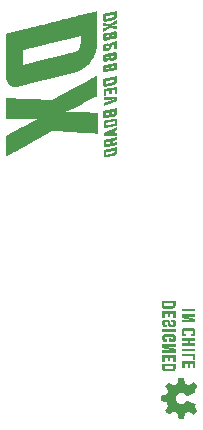
<source format=gbr>
%TF.GenerationSoftware,KiCad,Pcbnew,7.0.7*%
%TF.CreationDate,2023-09-02T13:43:40-04:00*%
%TF.ProjectId,DXBREAKER,44584252-4541-44b4-9552-2e6b69636164,rev?*%
%TF.SameCoordinates,Original*%
%TF.FileFunction,Legend,Bot*%
%TF.FilePolarity,Positive*%
%FSLAX46Y46*%
G04 Gerber Fmt 4.6, Leading zero omitted, Abs format (unit mm)*
G04 Created by KiCad (PCBNEW 7.0.7) date 2023-09-02 13:43:40*
%MOMM*%
%LPD*%
G01*
G04 APERTURE LIST*
%ADD10C,0.150000*%
%ADD11C,0.200000*%
G04 APERTURE END LIST*
D10*
G36*
X136859274Y-117790893D02*
G01*
X136858973Y-117808568D01*
X136858071Y-117825873D01*
X136856569Y-117842808D01*
X136854465Y-117859372D01*
X136851760Y-117875567D01*
X136848454Y-117891391D01*
X136844547Y-117906845D01*
X136840039Y-117921929D01*
X136834930Y-117936643D01*
X136829220Y-117950986D01*
X136822909Y-117964960D01*
X136815997Y-117978563D01*
X136808483Y-117991796D01*
X136800369Y-118004659D01*
X136791654Y-118017151D01*
X136782337Y-118029274D01*
X136771904Y-118041607D01*
X136761061Y-118053145D01*
X136749808Y-118063887D01*
X136738144Y-118073833D01*
X136726071Y-118082983D01*
X136713586Y-118091338D01*
X136700692Y-118098897D01*
X136687388Y-118105661D01*
X136673673Y-118111629D01*
X136659548Y-118116801D01*
X136645012Y-118121177D01*
X136630067Y-118124758D01*
X136614711Y-118127543D01*
X136598945Y-118129532D01*
X136582769Y-118130725D01*
X136566182Y-118131123D01*
X135846887Y-118131123D01*
X135838658Y-118130925D01*
X135826597Y-118129883D01*
X135814876Y-118127948D01*
X135803493Y-118125120D01*
X135792450Y-118121399D01*
X135781746Y-118116785D01*
X135771382Y-118111278D01*
X135761356Y-118104878D01*
X135751669Y-118097586D01*
X135742322Y-118089400D01*
X135733314Y-118080321D01*
X135727694Y-118073957D01*
X135719945Y-118064132D01*
X135713011Y-118053973D01*
X135706893Y-118043479D01*
X135701591Y-118032649D01*
X135697104Y-118021485D01*
X135693434Y-118009986D01*
X135690579Y-117998152D01*
X135688539Y-117985984D01*
X135687316Y-117973480D01*
X135686908Y-117960642D01*
X135686908Y-117681716D01*
X135905749Y-117681716D01*
X135905749Y-117900314D01*
X136564717Y-117900314D01*
X136569375Y-117900207D01*
X136582462Y-117898604D01*
X136594219Y-117895078D01*
X136604645Y-117889628D01*
X136613739Y-117882255D01*
X136621503Y-117872958D01*
X136627936Y-117861739D01*
X136633038Y-117848595D01*
X136635700Y-117838764D01*
X136637770Y-117828079D01*
X136639249Y-117816538D01*
X136640136Y-117804143D01*
X136640432Y-117790893D01*
X136640432Y-117681716D01*
X135905749Y-117681716D01*
X135686908Y-117681716D01*
X135686908Y-117450907D01*
X136859274Y-117450907D01*
X136859274Y-117790893D01*
G37*
G36*
X136654354Y-118554884D02*
G01*
X136654354Y-118920272D01*
X136859274Y-118920272D01*
X136859274Y-118335799D01*
X135749434Y-118335799D01*
X135749434Y-118920272D01*
X135954354Y-118920272D01*
X135954354Y-118554884D01*
X136201039Y-118554884D01*
X136201039Y-118859211D01*
X136405959Y-118859211D01*
X136405959Y-118554884D01*
X136654354Y-118554884D01*
G37*
G36*
X135954354Y-119487159D02*
G01*
X135954354Y-119279553D01*
X136129964Y-119279553D01*
X136142666Y-119280465D01*
X136154119Y-119283202D01*
X136164322Y-119287764D01*
X136173275Y-119294150D01*
X136180980Y-119302361D01*
X136187435Y-119312397D01*
X136192641Y-119324257D01*
X136196597Y-119337942D01*
X136198540Y-119348079D01*
X136199928Y-119359027D01*
X136200761Y-119370786D01*
X136201039Y-119383356D01*
X136201325Y-119400184D01*
X136202184Y-119416657D01*
X136203615Y-119432775D01*
X136205619Y-119448539D01*
X136208195Y-119463947D01*
X136211343Y-119479000D01*
X136215064Y-119493699D01*
X136219357Y-119508042D01*
X136224223Y-119522031D01*
X136229661Y-119535665D01*
X136235672Y-119548943D01*
X136242255Y-119561867D01*
X136249411Y-119574436D01*
X136257139Y-119586650D01*
X136265439Y-119598509D01*
X136274312Y-119610014D01*
X136284155Y-119621755D01*
X136294389Y-119632740D01*
X136305015Y-119642966D01*
X136316032Y-119652436D01*
X136327439Y-119661147D01*
X136339238Y-119669101D01*
X136351429Y-119676298D01*
X136364010Y-119682737D01*
X136376983Y-119688418D01*
X136390346Y-119693342D01*
X136404101Y-119697509D01*
X136418247Y-119700918D01*
X136432784Y-119703569D01*
X136447713Y-119705463D01*
X136463032Y-119706599D01*
X136478743Y-119706978D01*
X136708087Y-119706978D01*
X136719693Y-119706549D01*
X136730973Y-119705261D01*
X136741927Y-119703114D01*
X136752555Y-119700109D01*
X136762856Y-119696245D01*
X136772831Y-119691522D01*
X136782479Y-119685941D01*
X136791801Y-119679501D01*
X136800797Y-119672202D01*
X136809467Y-119664045D01*
X136815066Y-119658129D01*
X136822966Y-119649082D01*
X136830089Y-119639708D01*
X136836436Y-119630008D01*
X136842005Y-119619982D01*
X136846797Y-119609629D01*
X136850812Y-119598950D01*
X136854050Y-119587945D01*
X136856511Y-119576613D01*
X136858194Y-119564956D01*
X136859101Y-119552971D01*
X136859274Y-119544801D01*
X136859274Y-119222644D01*
X136858885Y-119210436D01*
X136857719Y-119198542D01*
X136855777Y-119186960D01*
X136853057Y-119175693D01*
X136849560Y-119164738D01*
X136845286Y-119154097D01*
X136840235Y-119143769D01*
X136834407Y-119133755D01*
X136827801Y-119124055D01*
X136820419Y-119114667D01*
X136815066Y-119108583D01*
X136806570Y-119099984D01*
X136797752Y-119092231D01*
X136788612Y-119085324D01*
X136779150Y-119079262D01*
X136769367Y-119074047D01*
X136759261Y-119069677D01*
X136748833Y-119066153D01*
X136738083Y-119063474D01*
X136727011Y-119061642D01*
X136715618Y-119060655D01*
X136707843Y-119060467D01*
X136483628Y-119060467D01*
X136483628Y-119279553D01*
X136654354Y-119279553D01*
X136654354Y-119487159D01*
X136478010Y-119487159D01*
X136465134Y-119486247D01*
X136453524Y-119483510D01*
X136443181Y-119478948D01*
X136434104Y-119472562D01*
X136426294Y-119464351D01*
X136419750Y-119454315D01*
X136414473Y-119442455D01*
X136410462Y-119428770D01*
X136408492Y-119418633D01*
X136407085Y-119407685D01*
X136406240Y-119395926D01*
X136405959Y-119383356D01*
X136405676Y-119366617D01*
X136404829Y-119350227D01*
X136403417Y-119334186D01*
X136401440Y-119318494D01*
X136398899Y-119303152D01*
X136395792Y-119288159D01*
X136392121Y-119273515D01*
X136387885Y-119259220D01*
X136383084Y-119245274D01*
X136377718Y-119231678D01*
X136371788Y-119218430D01*
X136365292Y-119205532D01*
X136358232Y-119192983D01*
X136350607Y-119180783D01*
X136342417Y-119168933D01*
X136333663Y-119157432D01*
X136323792Y-119145690D01*
X136313536Y-119134706D01*
X136302894Y-119124479D01*
X136291867Y-119115010D01*
X136280454Y-119106298D01*
X136268656Y-119098344D01*
X136256473Y-119091147D01*
X136243904Y-119084708D01*
X136230949Y-119079027D01*
X136217609Y-119074103D01*
X136203884Y-119069936D01*
X136189773Y-119066527D01*
X136175277Y-119063876D01*
X136160395Y-119061982D01*
X136145128Y-119060846D01*
X136129476Y-119060467D01*
X135900376Y-119060467D01*
X135888765Y-119060890D01*
X135877473Y-119062159D01*
X135866497Y-119064273D01*
X135855840Y-119067233D01*
X135845500Y-119071040D01*
X135835478Y-119075691D01*
X135825774Y-119081189D01*
X135816387Y-119087532D01*
X135807318Y-119094722D01*
X135798567Y-119102756D01*
X135792909Y-119108583D01*
X135785140Y-119117761D01*
X135778134Y-119127253D01*
X135771893Y-119137059D01*
X135766417Y-119147177D01*
X135761704Y-119157609D01*
X135757755Y-119168355D01*
X135754571Y-119179414D01*
X135752151Y-119190786D01*
X135750495Y-119202472D01*
X135749604Y-119214471D01*
X135749434Y-119222644D01*
X135749434Y-119544801D01*
X135749816Y-119557002D01*
X135750962Y-119568878D01*
X135752873Y-119580427D01*
X135755548Y-119591650D01*
X135758987Y-119602546D01*
X135763190Y-119613116D01*
X135768157Y-119623360D01*
X135773889Y-119633278D01*
X135780385Y-119642869D01*
X135787645Y-119652134D01*
X135792909Y-119658129D01*
X135801492Y-119666859D01*
X135810389Y-119674730D01*
X135819599Y-119681743D01*
X135829122Y-119687897D01*
X135838959Y-119693192D01*
X135849109Y-119697628D01*
X135859572Y-119701206D01*
X135870349Y-119703925D01*
X135881440Y-119705785D01*
X135892844Y-119706787D01*
X135900620Y-119706978D01*
X136123858Y-119706978D01*
X136123858Y-119487159D01*
X135954354Y-119487159D01*
G37*
G36*
X136859274Y-119892847D02*
G01*
X135749434Y-119892847D01*
X135749434Y-120111933D01*
X136859274Y-120111933D01*
X136859274Y-119892847D01*
G37*
G36*
X136468485Y-120743056D02*
G01*
X136468485Y-120639497D01*
X136263565Y-120639497D01*
X136263565Y-120962875D01*
X136709308Y-120962875D01*
X136720825Y-120962448D01*
X136732020Y-120961166D01*
X136742893Y-120959030D01*
X136753444Y-120956040D01*
X136763673Y-120952195D01*
X136773580Y-120947496D01*
X136783164Y-120941943D01*
X136792427Y-120935535D01*
X136801368Y-120928273D01*
X136809987Y-120920156D01*
X136815554Y-120914270D01*
X136823367Y-120905223D01*
X136830412Y-120895849D01*
X136836688Y-120886149D01*
X136842196Y-120876123D01*
X136846935Y-120865770D01*
X136850905Y-120855091D01*
X136854107Y-120844086D01*
X136856541Y-120832754D01*
X136858206Y-120821097D01*
X136859103Y-120809112D01*
X136859274Y-120800942D01*
X136859274Y-120478785D01*
X136858885Y-120466577D01*
X136857719Y-120454683D01*
X136855777Y-120443101D01*
X136853057Y-120431834D01*
X136849560Y-120420879D01*
X136845286Y-120410238D01*
X136840235Y-120399910D01*
X136834407Y-120389896D01*
X136827801Y-120380195D01*
X136820419Y-120370808D01*
X136815066Y-120364724D01*
X136806613Y-120356125D01*
X136797835Y-120348372D01*
X136788730Y-120341465D01*
X136779299Y-120335403D01*
X136769542Y-120330188D01*
X136759458Y-120325818D01*
X136749048Y-120322294D01*
X136738312Y-120319615D01*
X136727250Y-120317783D01*
X136715861Y-120316796D01*
X136708087Y-120316608D01*
X135900620Y-120316608D01*
X135889008Y-120317031D01*
X135877708Y-120318300D01*
X135866722Y-120320414D01*
X135856050Y-120323374D01*
X135845691Y-120327180D01*
X135835645Y-120331832D01*
X135825913Y-120337330D01*
X135816494Y-120343673D01*
X135807388Y-120350862D01*
X135798596Y-120358897D01*
X135792909Y-120364724D01*
X135785140Y-120373902D01*
X135778134Y-120383394D01*
X135771893Y-120393199D01*
X135766417Y-120403318D01*
X135761704Y-120413750D01*
X135757755Y-120424496D01*
X135754571Y-120435555D01*
X135752151Y-120446927D01*
X135750495Y-120458613D01*
X135749604Y-120470612D01*
X135749434Y-120478785D01*
X135749434Y-120800942D01*
X135749820Y-120813143D01*
X135750980Y-120825019D01*
X135752912Y-120836568D01*
X135755616Y-120847791D01*
X135759094Y-120858687D01*
X135763344Y-120869257D01*
X135768368Y-120879501D01*
X135774164Y-120889419D01*
X135780732Y-120899010D01*
X135788074Y-120908275D01*
X135793398Y-120914270D01*
X135802029Y-120922957D01*
X135810977Y-120930788D01*
X135820244Y-120937766D01*
X135829828Y-120943889D01*
X135839730Y-120949157D01*
X135849949Y-120953572D01*
X135860487Y-120957131D01*
X135871342Y-120959837D01*
X135882514Y-120961688D01*
X135894005Y-120962685D01*
X135901842Y-120962875D01*
X136126789Y-120962875D01*
X136126789Y-120743056D01*
X135954354Y-120743056D01*
X135954354Y-120535694D01*
X136654354Y-120535694D01*
X136654354Y-120743056D01*
X136468485Y-120743056D01*
G37*
G36*
X136144619Y-121373203D02*
G01*
X136859274Y-121373203D01*
X136859274Y-121154117D01*
X135749434Y-121154117D01*
X135749434Y-121458443D01*
X136467752Y-121637718D01*
X135749434Y-121637718D01*
X135749434Y-121856804D01*
X136859274Y-121856804D01*
X136859274Y-121553210D01*
X136144619Y-121373203D01*
G37*
G36*
X136654354Y-122287892D02*
G01*
X136654354Y-122653279D01*
X136859274Y-122653279D01*
X136859274Y-122068806D01*
X135749434Y-122068806D01*
X135749434Y-122653279D01*
X135954354Y-122653279D01*
X135954354Y-122287892D01*
X136201039Y-122287892D01*
X136201039Y-122592219D01*
X136405959Y-122592219D01*
X136405959Y-122287892D01*
X136654354Y-122287892D01*
G37*
G36*
X136859274Y-123132240D02*
G01*
X136858990Y-123149068D01*
X136858140Y-123165541D01*
X136856723Y-123181659D01*
X136854740Y-123197422D01*
X136852190Y-123212830D01*
X136849073Y-123227884D01*
X136845389Y-123242582D01*
X136841138Y-123256926D01*
X136836321Y-123270914D01*
X136830938Y-123284548D01*
X136824987Y-123297827D01*
X136818470Y-123310751D01*
X136811386Y-123323320D01*
X136803735Y-123335534D01*
X136795518Y-123347393D01*
X136786733Y-123358897D01*
X136776801Y-123370639D01*
X136766484Y-123381623D01*
X136755781Y-123391850D01*
X136744693Y-123401319D01*
X136733219Y-123410031D01*
X136721360Y-123417985D01*
X136709116Y-123425181D01*
X136696486Y-123431620D01*
X136683470Y-123437302D01*
X136670069Y-123442226D01*
X136656283Y-123446392D01*
X136642111Y-123449801D01*
X136627554Y-123452453D01*
X136612611Y-123454346D01*
X136597283Y-123455483D01*
X136581569Y-123455861D01*
X135900620Y-123455861D01*
X135892844Y-123455671D01*
X135881440Y-123454669D01*
X135870349Y-123452808D01*
X135859572Y-123450089D01*
X135849109Y-123446512D01*
X135838959Y-123442075D01*
X135829122Y-123436780D01*
X135819599Y-123430626D01*
X135810389Y-123423614D01*
X135801492Y-123415743D01*
X135792909Y-123407013D01*
X135787645Y-123401017D01*
X135780385Y-123391752D01*
X135773889Y-123382161D01*
X135768157Y-123372244D01*
X135763190Y-123362000D01*
X135758987Y-123351430D01*
X135755548Y-123340533D01*
X135752873Y-123329310D01*
X135750962Y-123317761D01*
X135749816Y-123305886D01*
X135749434Y-123293684D01*
X135749434Y-123028436D01*
X135954354Y-123028436D01*
X135954354Y-123236043D01*
X136581814Y-123236043D01*
X136594777Y-123235131D01*
X136606466Y-123232394D01*
X136616879Y-123227832D01*
X136626018Y-123221446D01*
X136633881Y-123213235D01*
X136640469Y-123203199D01*
X136645782Y-123191339D01*
X136649820Y-123177654D01*
X136651804Y-123167517D01*
X136653220Y-123156569D01*
X136654070Y-123144810D01*
X136654354Y-123132240D01*
X136654354Y-123028436D01*
X135954354Y-123028436D01*
X135749434Y-123028436D01*
X135749434Y-122809351D01*
X136859274Y-122809351D01*
X136859274Y-123132240D01*
G37*
G36*
X138539274Y-118156769D02*
G01*
X137429434Y-118156769D01*
X137429434Y-118375855D01*
X138539274Y-118375855D01*
X138539274Y-118156769D01*
G37*
G36*
X137824619Y-118810607D02*
G01*
X138539274Y-118810607D01*
X138539274Y-118591521D01*
X137429434Y-118591521D01*
X137429434Y-118895848D01*
X138147752Y-119075122D01*
X137429434Y-119075122D01*
X137429434Y-119294208D01*
X138539274Y-119294208D01*
X138539274Y-118990614D01*
X137824619Y-118810607D01*
G37*
G36*
X137585749Y-120253594D02*
G01*
X137585749Y-120034997D01*
X138320432Y-120034997D01*
X138320432Y-120253594D01*
X138141646Y-120253594D01*
X138141646Y-120484404D01*
X138378806Y-120484404D01*
X138391136Y-120483957D01*
X138403123Y-120482617D01*
X138414767Y-120480385D01*
X138426067Y-120477259D01*
X138437024Y-120473241D01*
X138447637Y-120468329D01*
X138457906Y-120462525D01*
X138467832Y-120455827D01*
X138477415Y-120448236D01*
X138486654Y-120439753D01*
X138492623Y-120433601D01*
X138500960Y-120424000D01*
X138508477Y-120414063D01*
X138515174Y-120403792D01*
X138521051Y-120393186D01*
X138526108Y-120382246D01*
X138530344Y-120370970D01*
X138533761Y-120359359D01*
X138536358Y-120347414D01*
X138538135Y-120335133D01*
X138539091Y-120322518D01*
X138539274Y-120313922D01*
X138539274Y-119974669D01*
X138538866Y-119961830D01*
X138537642Y-119949327D01*
X138535603Y-119937158D01*
X138532748Y-119925324D01*
X138529077Y-119913825D01*
X138524590Y-119902661D01*
X138519288Y-119891832D01*
X138513170Y-119881337D01*
X138506236Y-119871178D01*
X138498487Y-119861353D01*
X138492867Y-119854990D01*
X138483859Y-119845911D01*
X138474512Y-119837725D01*
X138464825Y-119830432D01*
X138454800Y-119824032D01*
X138444435Y-119818525D01*
X138433731Y-119813911D01*
X138422688Y-119810190D01*
X138411306Y-119807362D01*
X138399584Y-119805427D01*
X138387523Y-119804386D01*
X138379294Y-119804187D01*
X137526887Y-119804187D01*
X137514600Y-119804634D01*
X137502652Y-119805973D01*
X137491044Y-119808206D01*
X137479775Y-119811331D01*
X137468845Y-119815350D01*
X137458254Y-119820261D01*
X137448002Y-119826066D01*
X137438089Y-119832764D01*
X137428516Y-119840354D01*
X137419282Y-119848838D01*
X137413314Y-119854990D01*
X137405021Y-119864591D01*
X137397543Y-119874527D01*
X137390881Y-119884798D01*
X137385035Y-119895404D01*
X137380005Y-119906345D01*
X137375790Y-119917621D01*
X137372391Y-119929231D01*
X137369808Y-119941177D01*
X137368041Y-119953457D01*
X137367089Y-119966072D01*
X137366908Y-119974669D01*
X137366908Y-120313922D01*
X137367316Y-120326760D01*
X137368539Y-120339264D01*
X137370579Y-120351433D01*
X137373434Y-120363267D01*
X137377104Y-120374766D01*
X137381591Y-120385930D01*
X137386893Y-120396759D01*
X137393011Y-120407253D01*
X137399945Y-120417413D01*
X137407694Y-120427237D01*
X137413314Y-120433601D01*
X137422368Y-120442680D01*
X137431761Y-120450866D01*
X137441493Y-120458159D01*
X137451565Y-120464559D01*
X137461975Y-120470066D01*
X137472725Y-120474680D01*
X137483814Y-120478400D01*
X137495242Y-120481228D01*
X137507009Y-120483163D01*
X137519116Y-120484205D01*
X137527375Y-120484404D01*
X137763314Y-120484404D01*
X137763314Y-120253594D01*
X137585749Y-120253594D01*
G37*
G36*
X138085959Y-120872994D02*
G01*
X138539274Y-120872994D01*
X138539274Y-120653908D01*
X137429434Y-120653908D01*
X137429434Y-120872994D01*
X137881039Y-120872994D01*
X137881039Y-121080356D01*
X137429434Y-121080356D01*
X137429434Y-121300175D01*
X138539274Y-121300175D01*
X138539274Y-121080356D01*
X138085959Y-121080356D01*
X138085959Y-120872994D01*
G37*
G36*
X138539274Y-121513643D02*
G01*
X137429434Y-121513643D01*
X137429434Y-121732729D01*
X138539274Y-121732729D01*
X138539274Y-121513643D01*
G37*
G36*
X138539274Y-121947662D02*
G01*
X137429434Y-121947662D01*
X137429434Y-122166748D01*
X138334354Y-122166748D01*
X138334354Y-122471075D01*
X138539274Y-122471075D01*
X138539274Y-121947662D01*
G37*
G36*
X138334354Y-122813503D02*
G01*
X138334354Y-123178891D01*
X138539274Y-123178891D01*
X138539274Y-122594417D01*
X137429434Y-122594417D01*
X137429434Y-123178891D01*
X137634354Y-123178891D01*
X137634354Y-122813503D01*
X137881039Y-122813503D01*
X137881039Y-123117830D01*
X138085959Y-123117830D01*
X138085959Y-122813503D01*
X138334354Y-122813503D01*
G37*
D11*
G36*
X131910000Y-93289030D02*
G01*
X131909693Y-93307067D01*
X131908774Y-93324849D01*
X131907243Y-93342376D01*
X131905099Y-93359646D01*
X131902343Y-93376661D01*
X131898974Y-93393421D01*
X131894993Y-93409924D01*
X131890399Y-93426172D01*
X131885193Y-93442164D01*
X131879374Y-93457901D01*
X131872942Y-93473381D01*
X131865898Y-93488607D01*
X131858242Y-93503576D01*
X131849973Y-93518290D01*
X131841092Y-93532748D01*
X131831598Y-93546950D01*
X131820945Y-93561603D01*
X131809871Y-93575519D01*
X131798376Y-93588698D01*
X131786458Y-93601141D01*
X131774119Y-93612848D01*
X131761359Y-93623818D01*
X131748176Y-93634051D01*
X131734572Y-93643548D01*
X131720546Y-93652308D01*
X131706099Y-93660332D01*
X131691229Y-93667619D01*
X131675939Y-93674170D01*
X131660226Y-93679984D01*
X131644092Y-93685062D01*
X131627536Y-93689403D01*
X131610558Y-93693007D01*
X130891263Y-93831737D01*
X130882579Y-93833249D01*
X130869846Y-93834663D01*
X130857465Y-93835050D01*
X130845437Y-93834411D01*
X130833761Y-93832746D01*
X130822436Y-93830054D01*
X130811464Y-93826337D01*
X130800844Y-93821594D01*
X130790575Y-93815824D01*
X130780659Y-93809029D01*
X130771095Y-93801207D01*
X130765150Y-93795657D01*
X130756952Y-93786899D01*
X130749617Y-93777622D01*
X130743145Y-93767826D01*
X130737536Y-93757509D01*
X130732789Y-93746674D01*
X130728906Y-93735319D01*
X130725886Y-93723444D01*
X130723728Y-93711050D01*
X130722434Y-93698136D01*
X130722002Y-93684703D01*
X130722002Y-93572840D01*
X130956475Y-93572840D01*
X131606161Y-93447055D01*
X131610429Y-93446143D01*
X131622419Y-93442357D01*
X131633189Y-93436995D01*
X131642741Y-93430058D01*
X131651073Y-93421545D01*
X131658185Y-93411456D01*
X131664078Y-93399792D01*
X131668752Y-93386552D01*
X131671191Y-93376850D01*
X131673088Y-93366448D01*
X131674443Y-93355345D01*
X131675255Y-93343543D01*
X131675526Y-93331039D01*
X131675526Y-93231388D01*
X130956475Y-93370362D01*
X130956475Y-93572840D01*
X130722002Y-93572840D01*
X130722002Y-93168862D01*
X131910000Y-92939518D01*
X131910000Y-93289030D01*
G37*
G36*
X131461325Y-94172456D02*
G01*
X131478903Y-94164878D01*
X131496251Y-94157380D01*
X131513370Y-94149960D01*
X131530259Y-94142620D01*
X131546919Y-94135359D01*
X131563349Y-94128177D01*
X131579550Y-94121075D01*
X131595522Y-94114051D01*
X131611264Y-94107107D01*
X131626776Y-94100242D01*
X131642059Y-94093456D01*
X131657113Y-94086750D01*
X131671937Y-94080122D01*
X131686532Y-94073574D01*
X131700897Y-94067105D01*
X131715033Y-94060715D01*
X131728939Y-94054404D01*
X131742616Y-94048173D01*
X131756063Y-94042020D01*
X131769281Y-94035947D01*
X131782270Y-94029953D01*
X131795029Y-94024038D01*
X131807558Y-94018203D01*
X131819859Y-94012446D01*
X131831929Y-94006769D01*
X131843771Y-94001171D01*
X131855382Y-93995652D01*
X131866765Y-93990213D01*
X131877918Y-93984852D01*
X131888841Y-93979571D01*
X131899535Y-93974369D01*
X131910000Y-93969246D01*
X131910000Y-93717676D01*
X131316734Y-94010035D01*
X130722002Y-93947508D01*
X130722002Y-94197613D01*
X130732678Y-94198721D01*
X130743578Y-94199817D01*
X130754702Y-94200900D01*
X130766050Y-94201971D01*
X130777622Y-94203030D01*
X130789419Y-94204076D01*
X130801440Y-94205110D01*
X130813685Y-94206131D01*
X130826154Y-94207140D01*
X130838848Y-94208136D01*
X130851765Y-94209121D01*
X130864907Y-94210092D01*
X130878273Y-94211052D01*
X130891864Y-94211999D01*
X130905678Y-94212933D01*
X130919717Y-94213855D01*
X130933980Y-94214765D01*
X130948467Y-94215662D01*
X130963178Y-94216547D01*
X130978114Y-94217420D01*
X130993274Y-94218280D01*
X131008658Y-94219127D01*
X131024266Y-94219963D01*
X131040098Y-94220786D01*
X131056155Y-94221596D01*
X131072435Y-94222394D01*
X131088940Y-94223180D01*
X131105670Y-94223953D01*
X131122623Y-94224714D01*
X131139801Y-94225462D01*
X131157202Y-94226198D01*
X131174829Y-94226922D01*
X131157040Y-94234500D01*
X131139486Y-94241998D01*
X131122167Y-94249418D01*
X131105082Y-94256758D01*
X131088232Y-94264019D01*
X131071617Y-94271201D01*
X131055236Y-94278303D01*
X131039091Y-94285327D01*
X131023179Y-94292271D01*
X131007503Y-94299136D01*
X130992061Y-94305922D01*
X130976854Y-94312629D01*
X130961882Y-94319256D01*
X130947145Y-94325804D01*
X130932642Y-94332273D01*
X130918374Y-94338663D01*
X130904340Y-94344974D01*
X130890541Y-94351206D01*
X130876977Y-94357358D01*
X130863648Y-94363431D01*
X130850553Y-94369425D01*
X130837693Y-94375340D01*
X130825068Y-94381175D01*
X130812677Y-94386932D01*
X130800522Y-94392609D01*
X130788600Y-94398207D01*
X130776914Y-94403726D01*
X130765462Y-94409165D01*
X130754245Y-94414526D01*
X130743263Y-94419807D01*
X130732515Y-94425009D01*
X130722002Y-94430132D01*
X130722002Y-94682435D01*
X131319665Y-94389588D01*
X131910000Y-94452603D01*
X131910000Y-94202009D01*
X131899372Y-94200842D01*
X131888526Y-94199690D01*
X131877461Y-94198554D01*
X131866177Y-94197434D01*
X131854674Y-94196329D01*
X131842952Y-94195240D01*
X131831011Y-94194167D01*
X131818851Y-94193110D01*
X131806472Y-94192068D01*
X131793874Y-94191042D01*
X131781058Y-94190032D01*
X131768022Y-94189038D01*
X131754767Y-94188059D01*
X131741294Y-94187096D01*
X131727601Y-94186149D01*
X131713689Y-94185218D01*
X131699559Y-94184302D01*
X131685209Y-94183402D01*
X131670641Y-94182518D01*
X131655853Y-94181649D01*
X131640847Y-94180797D01*
X131625622Y-94179960D01*
X131610177Y-94179139D01*
X131594514Y-94178333D01*
X131578632Y-94177543D01*
X131562531Y-94176769D01*
X131546211Y-94176011D01*
X131529671Y-94175269D01*
X131512913Y-94174542D01*
X131495936Y-94173831D01*
X131478740Y-94173136D01*
X131461325Y-94172456D01*
G37*
G36*
X131788475Y-94639595D02*
G01*
X131799996Y-94641251D01*
X131811161Y-94643940D01*
X131821969Y-94647665D01*
X131832421Y-94652424D01*
X131842517Y-94658218D01*
X131852256Y-94665046D01*
X131861639Y-94672910D01*
X131867496Y-94678488D01*
X131875571Y-94687282D01*
X131882797Y-94696586D01*
X131889173Y-94706401D01*
X131894698Y-94716727D01*
X131899374Y-94727564D01*
X131903199Y-94738912D01*
X131906174Y-94750771D01*
X131908299Y-94763141D01*
X131909574Y-94776022D01*
X131910000Y-94789413D01*
X131910000Y-95080551D01*
X131909814Y-95089604D01*
X131908843Y-95103016D01*
X131907038Y-95116226D01*
X131904401Y-95129234D01*
X131900930Y-95142040D01*
X131896627Y-95154645D01*
X131891490Y-95167047D01*
X131885521Y-95179248D01*
X131878719Y-95191247D01*
X131871084Y-95203045D01*
X131862616Y-95214640D01*
X131856523Y-95222205D01*
X131847085Y-95232840D01*
X131837291Y-95242621D01*
X131827141Y-95251548D01*
X131816635Y-95259620D01*
X131805772Y-95266838D01*
X131794553Y-95273201D01*
X131782977Y-95278710D01*
X131771045Y-95283365D01*
X131758757Y-95287165D01*
X131746113Y-95290111D01*
X131507976Y-95336762D01*
X131493669Y-95339313D01*
X131479754Y-95341288D01*
X131466230Y-95342686D01*
X131453097Y-95343509D01*
X131440356Y-95343755D01*
X131428005Y-95343425D01*
X131416046Y-95342519D01*
X131404478Y-95341036D01*
X131393301Y-95338977D01*
X131382515Y-95336342D01*
X131372120Y-95333130D01*
X131362117Y-95329343D01*
X131352505Y-95324979D01*
X131343284Y-95320039D01*
X131334454Y-95314522D01*
X131326015Y-95308429D01*
X131317329Y-95317804D01*
X131308246Y-95326755D01*
X131298767Y-95335283D01*
X131288890Y-95343387D01*
X131278616Y-95351067D01*
X131267946Y-95358324D01*
X131256879Y-95365157D01*
X131245415Y-95371566D01*
X131233554Y-95377552D01*
X131221296Y-95383114D01*
X131208641Y-95388253D01*
X131195589Y-95392968D01*
X131182141Y-95397259D01*
X131168295Y-95401127D01*
X131154053Y-95404571D01*
X131139413Y-95407592D01*
X130893705Y-95454242D01*
X130884900Y-95455755D01*
X130871989Y-95457168D01*
X130859435Y-95457555D01*
X130847237Y-95456916D01*
X130835395Y-95455251D01*
X130823910Y-95452560D01*
X130812780Y-95448842D01*
X130802008Y-95444099D01*
X130791591Y-95438329D01*
X130781531Y-95431534D01*
X130771828Y-95423712D01*
X130765794Y-95418160D01*
X130757474Y-95409393D01*
X130750029Y-95400097D01*
X130743460Y-95390273D01*
X130737767Y-95379921D01*
X130732950Y-95369041D01*
X130729009Y-95357633D01*
X130725944Y-95345697D01*
X130723754Y-95333233D01*
X130722440Y-95320240D01*
X130722002Y-95306720D01*
X130722002Y-95195345D01*
X130956475Y-95195345D01*
X131135994Y-95161640D01*
X131145905Y-95159472D01*
X131157145Y-95156161D01*
X131167109Y-95152183D01*
X131177382Y-95146527D01*
X131185817Y-95139910D01*
X131192414Y-95132330D01*
X131197934Y-95122732D01*
X131201586Y-95112662D01*
X131203869Y-95102973D01*
X131205460Y-95092102D01*
X131206359Y-95080051D01*
X131206580Y-95069560D01*
X131206528Y-95064239D01*
X131206108Y-95054279D01*
X131204993Y-95043105D01*
X131202789Y-95031570D01*
X131201482Y-95027794D01*
X131441053Y-95027794D01*
X131441102Y-95033024D01*
X131441491Y-95042801D01*
X131442525Y-95053745D01*
X131444569Y-95065005D01*
X131448060Y-95075559D01*
X131453510Y-95084215D01*
X131454343Y-95085064D01*
X131462762Y-95090365D01*
X131472683Y-95092824D01*
X131483084Y-95093314D01*
X131493090Y-95092580D01*
X131504312Y-95090809D01*
X131675526Y-95056371D01*
X131675526Y-94901277D01*
X131507243Y-94934982D01*
X131500181Y-94936559D01*
X131489383Y-94939684D01*
X131479802Y-94943429D01*
X131469910Y-94948741D01*
X131461770Y-94954946D01*
X131454487Y-94963314D01*
X131452860Y-94965913D01*
X131448609Y-94974855D01*
X131445304Y-94985514D01*
X131443270Y-94995708D01*
X131441893Y-95007095D01*
X131441263Y-95017063D01*
X131441053Y-95027794D01*
X131201482Y-95027794D01*
X131199024Y-95020696D01*
X131193147Y-95011674D01*
X131191332Y-95010077D01*
X131181975Y-95005330D01*
X131171032Y-95003330D01*
X131159606Y-95003215D01*
X131148641Y-95004248D01*
X131138925Y-95005813D01*
X130956475Y-95040495D01*
X130956475Y-95195345D01*
X130722002Y-95195345D01*
X130722002Y-95015338D01*
X130722193Y-95006374D01*
X130723195Y-94993084D01*
X130725055Y-94979984D01*
X130727774Y-94967072D01*
X130731352Y-94954350D01*
X130735789Y-94941816D01*
X130741084Y-94929471D01*
X130747238Y-94917316D01*
X130754250Y-94905349D01*
X130762121Y-94893571D01*
X130770851Y-94881981D01*
X130777130Y-94874417D01*
X130786852Y-94863781D01*
X130796939Y-94854000D01*
X130807391Y-94845074D01*
X130818208Y-94837002D01*
X130829390Y-94829784D01*
X130840937Y-94823420D01*
X130852849Y-94817911D01*
X130865126Y-94813257D01*
X130877767Y-94809456D01*
X130890774Y-94806510D01*
X131136482Y-94759860D01*
X131151210Y-94757304D01*
X131165536Y-94755315D01*
X131179459Y-94753892D01*
X131192979Y-94753037D01*
X131206096Y-94752747D01*
X131218811Y-94753025D01*
X131231124Y-94753869D01*
X131243033Y-94755280D01*
X131254540Y-94757258D01*
X131265645Y-94759803D01*
X131276347Y-94762914D01*
X131286646Y-94766592D01*
X131296543Y-94770837D01*
X131306037Y-94775648D01*
X131315128Y-94781026D01*
X131323817Y-94786971D01*
X131332253Y-94777744D01*
X131341074Y-94768931D01*
X131350281Y-94760533D01*
X131359873Y-94752548D01*
X131369851Y-94744977D01*
X131380214Y-94737821D01*
X131390962Y-94731079D01*
X131402096Y-94724750D01*
X131413616Y-94718836D01*
X131425521Y-94713336D01*
X131437811Y-94708249D01*
X131450487Y-94703577D01*
X131463548Y-94699319D01*
X131476995Y-94695475D01*
X131490827Y-94692045D01*
X131505045Y-94689030D01*
X131743182Y-94642379D01*
X131751773Y-94640838D01*
X131764363Y-94639389D01*
X131776597Y-94638975D01*
X131788475Y-94639595D01*
G37*
G36*
X131675526Y-95791298D02*
G01*
X131675526Y-96193077D01*
X131910000Y-96148136D01*
X131910000Y-95499427D01*
X131503091Y-95579051D01*
X131486213Y-95582689D01*
X131469775Y-95586950D01*
X131453775Y-95591833D01*
X131438214Y-95597338D01*
X131423092Y-95603465D01*
X131408409Y-95610214D01*
X131394164Y-95617586D01*
X131380359Y-95625579D01*
X131366992Y-95634194D01*
X131354065Y-95643431D01*
X131341576Y-95653291D01*
X131329526Y-95663772D01*
X131317915Y-95674876D01*
X131306743Y-95686601D01*
X131296009Y-95698949D01*
X131285715Y-95711919D01*
X131276132Y-95725022D01*
X131267168Y-95738442D01*
X131258821Y-95752179D01*
X131251093Y-95766232D01*
X131243984Y-95780602D01*
X131237492Y-95795289D01*
X131231619Y-95810293D01*
X131226364Y-95825614D01*
X131221727Y-95841251D01*
X131217708Y-95857205D01*
X131214308Y-95873476D01*
X131211526Y-95890063D01*
X131209362Y-95906968D01*
X131207817Y-95924189D01*
X131206889Y-95941726D01*
X131206580Y-95959581D01*
X131206359Y-95970072D01*
X131205460Y-95982123D01*
X131203869Y-95992994D01*
X131201586Y-96002683D01*
X131197934Y-96012753D01*
X131192414Y-96022351D01*
X131185817Y-96029930D01*
X131177382Y-96036548D01*
X131167109Y-96042204D01*
X131157145Y-96046182D01*
X131145905Y-96049493D01*
X131135994Y-96051660D01*
X130956475Y-96085366D01*
X130956475Y-95930516D01*
X131138925Y-95896078D01*
X131138925Y-95649148D01*
X130890774Y-95696531D01*
X130877726Y-95699477D01*
X130865051Y-95703278D01*
X130852750Y-95707932D01*
X130840823Y-95713441D01*
X130829269Y-95719805D01*
X130818088Y-95727023D01*
X130807281Y-95735095D01*
X130796847Y-95744021D01*
X130786787Y-95753802D01*
X130777101Y-95764438D01*
X130770851Y-95772002D01*
X130762121Y-95783592D01*
X130754250Y-95795370D01*
X130747238Y-95807337D01*
X130741084Y-95819492D01*
X130735789Y-95831837D01*
X130731352Y-95844371D01*
X130727774Y-95857093D01*
X130725055Y-95870005D01*
X130723195Y-95883105D01*
X130722193Y-95896395D01*
X130722002Y-95905359D01*
X130722002Y-96196741D01*
X130722438Y-96210220D01*
X130723745Y-96223179D01*
X130725924Y-96235619D01*
X130728975Y-96247539D01*
X130732897Y-96258940D01*
X130737690Y-96269822D01*
X130743355Y-96280184D01*
X130749892Y-96290026D01*
X130757300Y-96299349D01*
X130765580Y-96308153D01*
X130771584Y-96313733D01*
X130781285Y-96321555D01*
X130791339Y-96328350D01*
X130801744Y-96334120D01*
X130812502Y-96338863D01*
X130823612Y-96342581D01*
X130835073Y-96345272D01*
X130846887Y-96346937D01*
X130859053Y-96347576D01*
X130871571Y-96347189D01*
X130884441Y-96345776D01*
X130893217Y-96344263D01*
X131137948Y-96297613D01*
X131155188Y-96293978D01*
X131171982Y-96289729D01*
X131188329Y-96284865D01*
X131204229Y-96279386D01*
X131219683Y-96273294D01*
X131234691Y-96266587D01*
X131249252Y-96259265D01*
X131263367Y-96251329D01*
X131277035Y-96242779D01*
X131290256Y-96233614D01*
X131303031Y-96223835D01*
X131315360Y-96213441D01*
X131327242Y-96202433D01*
X131338677Y-96190810D01*
X131349666Y-96178573D01*
X131360209Y-96165722D01*
X131369999Y-96152589D01*
X131379157Y-96139141D01*
X131387683Y-96125379D01*
X131395578Y-96111302D01*
X131402842Y-96096909D01*
X131409473Y-96082202D01*
X131415474Y-96067180D01*
X131420842Y-96051844D01*
X131425579Y-96036192D01*
X131429684Y-96020226D01*
X131433158Y-96003944D01*
X131436000Y-95987348D01*
X131438211Y-95970437D01*
X131439790Y-95953212D01*
X131440737Y-95935671D01*
X131441053Y-95917815D01*
X131441263Y-95907095D01*
X131441893Y-95897162D01*
X131443270Y-95885850D01*
X131445304Y-95875767D01*
X131448609Y-95865288D01*
X131453660Y-95855299D01*
X131454487Y-95854068D01*
X131461770Y-95845414D01*
X131469910Y-95839020D01*
X131479802Y-95833570D01*
X131489383Y-95829751D01*
X131500181Y-95826587D01*
X131507243Y-95825003D01*
X131675526Y-95791298D01*
G37*
G36*
X131786565Y-96428052D02*
G01*
X131798241Y-96429717D01*
X131809566Y-96432408D01*
X131820538Y-96436125D01*
X131831158Y-96440869D01*
X131841426Y-96446638D01*
X131851343Y-96453434D01*
X131860907Y-96461256D01*
X131866852Y-96466805D01*
X131875050Y-96475557D01*
X131882385Y-96484825D01*
X131888857Y-96494608D01*
X131894466Y-96504907D01*
X131899213Y-96515720D01*
X131903096Y-96527049D01*
X131906116Y-96538893D01*
X131908274Y-96551252D01*
X131909568Y-96564126D01*
X131910000Y-96577515D01*
X131910000Y-96868897D01*
X131909811Y-96877950D01*
X131908819Y-96891362D01*
X131906977Y-96904572D01*
X131904285Y-96917580D01*
X131900743Y-96930386D01*
X131896351Y-96942991D01*
X131891109Y-96955393D01*
X131885017Y-96967594D01*
X131878074Y-96979593D01*
X131870282Y-96991391D01*
X131861639Y-97002986D01*
X131855422Y-97010523D01*
X131845791Y-97021122D01*
X131835795Y-97030876D01*
X131825435Y-97039784D01*
X131814709Y-97047846D01*
X131803619Y-97055062D01*
X131792164Y-97061433D01*
X131780344Y-97066958D01*
X131768158Y-97071637D01*
X131755608Y-97075470D01*
X131742693Y-97078457D01*
X131473293Y-97129993D01*
X131462925Y-97131845D01*
X131452734Y-97133434D01*
X131442720Y-97134759D01*
X131432883Y-97135820D01*
X131413739Y-97137151D01*
X131395303Y-97137427D01*
X131377576Y-97136647D01*
X131360556Y-97134813D01*
X131344244Y-97131923D01*
X131328640Y-97127978D01*
X131313745Y-97122977D01*
X131299556Y-97116922D01*
X131286076Y-97109811D01*
X131273304Y-97101645D01*
X131261240Y-97092424D01*
X131249884Y-97082148D01*
X131239235Y-97070816D01*
X131229295Y-97058429D01*
X131224651Y-97051918D01*
X131218248Y-97041889D01*
X131212518Y-97031548D01*
X131207463Y-97020892D01*
X131203082Y-97009923D01*
X131199374Y-96998641D01*
X131196341Y-96987046D01*
X131193982Y-96975137D01*
X131192297Y-96962914D01*
X131191286Y-96950379D01*
X131190949Y-96937529D01*
X131191122Y-96927734D01*
X131191643Y-96917887D01*
X131192511Y-96907988D01*
X131193727Y-96898038D01*
X131195290Y-96888037D01*
X131197200Y-96877984D01*
X131199457Y-96867879D01*
X131202062Y-96857723D01*
X131205014Y-96847515D01*
X131208313Y-96837256D01*
X131211959Y-96826945D01*
X131214335Y-96820781D01*
X131411500Y-96820781D01*
X131411549Y-96826039D01*
X131411946Y-96835862D01*
X131413001Y-96846842D01*
X131415084Y-96858114D01*
X131418644Y-96868638D01*
X131424200Y-96877201D01*
X131425094Y-96878066D01*
X131433906Y-96883470D01*
X131444045Y-96885994D01*
X131454541Y-96886521D01*
X131464560Y-96885805D01*
X131475736Y-96884040D01*
X131675526Y-96844717D01*
X131675526Y-96689623D01*
X131478667Y-96727969D01*
X131469385Y-96730137D01*
X131458814Y-96733447D01*
X131449388Y-96737426D01*
X131439588Y-96743081D01*
X131431436Y-96749699D01*
X131424933Y-96757278D01*
X131424107Y-96758508D01*
X131419056Y-96768483D01*
X131415750Y-96778930D01*
X131413717Y-96788974D01*
X131412339Y-96800234D01*
X131411710Y-96810118D01*
X131411500Y-96820781D01*
X131214335Y-96820781D01*
X131215953Y-96816583D01*
X131220294Y-96806170D01*
X131224982Y-96795704D01*
X131230018Y-96785188D01*
X131235401Y-96774619D01*
X130956475Y-96828597D01*
X130956475Y-96983691D01*
X131131353Y-96949253D01*
X131131353Y-97195938D01*
X130890530Y-97242589D01*
X130881876Y-97244072D01*
X130869190Y-97245450D01*
X130856855Y-97245810D01*
X130844872Y-97245152D01*
X130833242Y-97243477D01*
X130821963Y-97240784D01*
X130811036Y-97237074D01*
X130800462Y-97232346D01*
X130790240Y-97226601D01*
X130780369Y-97219838D01*
X130770851Y-97212058D01*
X130764936Y-97206477D01*
X130756778Y-97197668D01*
X130749480Y-97188336D01*
X130743040Y-97178480D01*
X130737458Y-97168100D01*
X130732736Y-97157197D01*
X130728872Y-97145769D01*
X130725866Y-97133818D01*
X130723720Y-97121343D01*
X130722432Y-97108344D01*
X130722002Y-97094822D01*
X130722002Y-96803684D01*
X130722190Y-96794720D01*
X130723177Y-96781430D01*
X130725010Y-96768330D01*
X130727688Y-96755419D01*
X130731212Y-96742696D01*
X130735582Y-96730162D01*
X130740798Y-96717818D01*
X130746859Y-96705662D01*
X130753766Y-96693695D01*
X130761519Y-96681917D01*
X130770118Y-96670328D01*
X130776304Y-96662763D01*
X130785884Y-96652127D01*
X130795825Y-96642347D01*
X130806126Y-96633420D01*
X130816788Y-96625348D01*
X130827810Y-96618130D01*
X130839193Y-96611767D01*
X130850937Y-96606258D01*
X130863041Y-96601603D01*
X130875506Y-96597803D01*
X130888332Y-96594857D01*
X131740739Y-96430725D01*
X131749423Y-96429213D01*
X131762156Y-96427800D01*
X131774536Y-96427413D01*
X131786565Y-96428052D01*
G37*
G36*
X131786565Y-97318073D02*
G01*
X131798241Y-97319738D01*
X131809566Y-97322429D01*
X131820538Y-97326146D01*
X131831158Y-97330890D01*
X131841426Y-97336659D01*
X131851343Y-97343455D01*
X131860907Y-97351277D01*
X131866852Y-97356826D01*
X131875050Y-97365578D01*
X131882385Y-97374846D01*
X131888857Y-97384629D01*
X131894466Y-97394927D01*
X131899213Y-97405741D01*
X131903096Y-97417070D01*
X131906116Y-97428913D01*
X131908274Y-97441273D01*
X131909568Y-97454147D01*
X131910000Y-97467536D01*
X131910000Y-97758918D01*
X131909811Y-97767971D01*
X131908819Y-97781383D01*
X131906977Y-97794593D01*
X131904285Y-97807601D01*
X131900743Y-97820407D01*
X131896351Y-97833012D01*
X131891109Y-97845414D01*
X131885017Y-97857615D01*
X131878074Y-97869614D01*
X131870282Y-97881412D01*
X131861639Y-97893007D01*
X131855422Y-97900544D01*
X131845791Y-97911143D01*
X131835795Y-97920897D01*
X131825435Y-97929805D01*
X131814709Y-97937867D01*
X131803619Y-97945083D01*
X131792164Y-97951454D01*
X131780344Y-97956979D01*
X131768158Y-97961658D01*
X131755608Y-97965491D01*
X131742693Y-97968478D01*
X131473293Y-98020014D01*
X131462925Y-98021866D01*
X131452734Y-98023455D01*
X131442720Y-98024780D01*
X131432883Y-98025841D01*
X131413739Y-98027172D01*
X131395303Y-98027448D01*
X131377576Y-98026668D01*
X131360556Y-98024834D01*
X131344244Y-98021944D01*
X131328640Y-98017999D01*
X131313745Y-98012998D01*
X131299556Y-98006943D01*
X131286076Y-97999832D01*
X131273304Y-97991666D01*
X131261240Y-97982445D01*
X131249884Y-97972169D01*
X131239235Y-97960837D01*
X131229295Y-97948450D01*
X131224651Y-97941939D01*
X131218248Y-97931910D01*
X131212518Y-97921568D01*
X131207463Y-97910913D01*
X131203082Y-97899944D01*
X131199374Y-97888662D01*
X131196341Y-97877067D01*
X131193982Y-97865158D01*
X131192297Y-97852935D01*
X131191286Y-97840399D01*
X131190949Y-97827550D01*
X131191122Y-97817755D01*
X131191643Y-97807908D01*
X131192511Y-97798009D01*
X131193727Y-97788059D01*
X131195290Y-97778058D01*
X131197200Y-97768005D01*
X131199457Y-97757900D01*
X131202062Y-97747744D01*
X131205014Y-97737536D01*
X131208313Y-97727277D01*
X131211959Y-97716966D01*
X131214335Y-97710802D01*
X131411500Y-97710802D01*
X131411549Y-97716060D01*
X131411946Y-97725883D01*
X131413001Y-97736863D01*
X131415084Y-97748135D01*
X131418644Y-97758658D01*
X131424200Y-97767222D01*
X131425094Y-97768087D01*
X131433906Y-97773490D01*
X131444045Y-97776015D01*
X131454541Y-97776542D01*
X131464560Y-97775826D01*
X131475736Y-97774061D01*
X131675526Y-97734738D01*
X131675526Y-97579644D01*
X131478667Y-97617990D01*
X131469385Y-97620158D01*
X131458814Y-97623468D01*
X131449388Y-97627447D01*
X131439588Y-97633102D01*
X131431436Y-97639720D01*
X131424933Y-97647299D01*
X131424107Y-97648529D01*
X131419056Y-97658504D01*
X131415750Y-97668951D01*
X131413717Y-97678995D01*
X131412339Y-97690255D01*
X131411710Y-97700139D01*
X131411500Y-97710802D01*
X131214335Y-97710802D01*
X131215953Y-97706604D01*
X131220294Y-97696190D01*
X131224982Y-97685725D01*
X131230018Y-97675209D01*
X131235401Y-97664640D01*
X130956475Y-97718618D01*
X130956475Y-97873712D01*
X131131353Y-97839274D01*
X131131353Y-98085959D01*
X130890530Y-98132610D01*
X130881876Y-98134093D01*
X130869190Y-98135471D01*
X130856855Y-98135830D01*
X130844872Y-98135173D01*
X130833242Y-98133498D01*
X130821963Y-98130805D01*
X130811036Y-98127095D01*
X130800462Y-98122367D01*
X130790240Y-98116622D01*
X130780369Y-98109859D01*
X130770851Y-98102079D01*
X130764936Y-98096498D01*
X130756778Y-98087689D01*
X130749480Y-98078357D01*
X130743040Y-98068501D01*
X130737458Y-98058121D01*
X130732736Y-98047218D01*
X130728872Y-98035790D01*
X130725866Y-98023839D01*
X130723720Y-98011364D01*
X130722432Y-97998365D01*
X130722002Y-97984843D01*
X130722002Y-97693705D01*
X130722190Y-97684741D01*
X130723177Y-97671451D01*
X130725010Y-97658351D01*
X130727688Y-97645440D01*
X130731212Y-97632717D01*
X130735582Y-97620183D01*
X130740798Y-97607839D01*
X130746859Y-97595683D01*
X130753766Y-97583716D01*
X130761519Y-97571938D01*
X130770118Y-97560349D01*
X130776304Y-97552784D01*
X130785884Y-97542148D01*
X130795825Y-97532367D01*
X130806126Y-97523441D01*
X130816788Y-97515369D01*
X130827810Y-97508151D01*
X130839193Y-97501787D01*
X130850937Y-97496278D01*
X130863041Y-97491624D01*
X130875506Y-97487823D01*
X130888332Y-97484877D01*
X131740739Y-97320746D01*
X131749423Y-97319234D01*
X131762156Y-97317821D01*
X131774536Y-97317434D01*
X131786565Y-97318073D01*
G37*
G36*
X131910000Y-98792309D02*
G01*
X131909693Y-98810347D01*
X131908774Y-98828129D01*
X131907243Y-98845656D01*
X131905099Y-98862926D01*
X131902343Y-98879941D01*
X131898974Y-98896700D01*
X131894993Y-98913204D01*
X131890399Y-98929452D01*
X131885193Y-98945444D01*
X131879374Y-98961180D01*
X131872942Y-98976661D01*
X131865898Y-98991886D01*
X131858242Y-99006856D01*
X131849973Y-99021570D01*
X131841092Y-99036028D01*
X131831598Y-99050230D01*
X131820945Y-99064883D01*
X131809871Y-99078799D01*
X131798376Y-99091978D01*
X131786458Y-99104421D01*
X131774119Y-99116128D01*
X131761359Y-99127098D01*
X131748176Y-99137331D01*
X131734572Y-99146828D01*
X131720546Y-99155588D01*
X131706099Y-99163612D01*
X131691229Y-99170899D01*
X131675939Y-99177450D01*
X131660226Y-99183264D01*
X131644092Y-99188342D01*
X131627536Y-99192683D01*
X131610558Y-99196287D01*
X130891263Y-99335017D01*
X130882579Y-99336529D01*
X130869846Y-99337942D01*
X130857465Y-99338330D01*
X130845437Y-99337691D01*
X130833761Y-99336026D01*
X130822436Y-99333334D01*
X130811464Y-99329617D01*
X130800844Y-99324874D01*
X130790575Y-99319104D01*
X130780659Y-99312308D01*
X130771095Y-99304487D01*
X130765150Y-99298937D01*
X130756952Y-99290179D01*
X130749617Y-99280902D01*
X130743145Y-99271105D01*
X130737536Y-99260789D01*
X130732789Y-99249954D01*
X130728906Y-99238598D01*
X130725886Y-99226724D01*
X130723728Y-99214330D01*
X130722434Y-99201416D01*
X130722002Y-99187983D01*
X130722002Y-99076120D01*
X130956475Y-99076120D01*
X131606161Y-98950335D01*
X131610429Y-98949423D01*
X131622419Y-98945637D01*
X131633189Y-98940275D01*
X131642741Y-98933338D01*
X131651073Y-98924825D01*
X131658185Y-98914736D01*
X131664078Y-98903072D01*
X131668752Y-98889832D01*
X131671191Y-98880130D01*
X131673088Y-98869728D01*
X131674443Y-98858625D01*
X131675255Y-98846822D01*
X131675526Y-98834319D01*
X131675526Y-98734668D01*
X130956475Y-98873642D01*
X130956475Y-99076120D01*
X130722002Y-99076120D01*
X130722002Y-98672142D01*
X131910000Y-98442798D01*
X131910000Y-98792309D01*
G37*
G36*
X131689448Y-99605638D02*
G01*
X131689448Y-99971270D01*
X131910000Y-99928039D01*
X131910000Y-99327690D01*
X130784528Y-99545066D01*
X130784528Y-100145659D01*
X131005080Y-100103405D01*
X131005080Y-99737774D01*
X131236133Y-99692833D01*
X131236133Y-99997159D01*
X131456685Y-99954173D01*
X131456685Y-99649846D01*
X131689448Y-99605638D01*
G37*
G36*
X131690914Y-100407487D02*
G01*
X131653901Y-100419069D01*
X131617449Y-100430521D01*
X131581558Y-100441841D01*
X131546226Y-100453031D01*
X131511456Y-100464090D01*
X131477246Y-100475019D01*
X131443597Y-100485816D01*
X131410508Y-100496483D01*
X131377979Y-100507020D01*
X131346011Y-100517425D01*
X131314604Y-100527700D01*
X131283757Y-100537844D01*
X131253471Y-100547858D01*
X131223745Y-100557741D01*
X131194580Y-100567493D01*
X131165975Y-100577114D01*
X131137930Y-100586605D01*
X131110447Y-100595965D01*
X131083523Y-100605194D01*
X131057161Y-100614292D01*
X131031359Y-100623260D01*
X131006117Y-100632097D01*
X130981436Y-100640804D01*
X130957315Y-100649379D01*
X130933755Y-100657824D01*
X130910755Y-100666139D01*
X130888316Y-100674322D01*
X130866438Y-100682375D01*
X130845120Y-100690297D01*
X130824362Y-100698089D01*
X130804165Y-100705749D01*
X130784528Y-100713279D01*
X130784528Y-100952637D01*
X131910000Y-100518618D01*
X131910000Y-100214291D01*
X130784528Y-100214291D01*
X130784528Y-100451695D01*
X130804387Y-100451697D01*
X130824791Y-100451609D01*
X130845742Y-100451431D01*
X130867239Y-100451165D01*
X130889282Y-100450809D01*
X130911872Y-100450364D01*
X130935007Y-100449830D01*
X130958689Y-100449207D01*
X130982917Y-100448495D01*
X131007691Y-100447693D01*
X131033011Y-100446802D01*
X131058878Y-100445822D01*
X131085291Y-100444753D01*
X131112250Y-100443594D01*
X131139755Y-100442347D01*
X131167807Y-100441010D01*
X131196404Y-100439584D01*
X131225548Y-100438068D01*
X131255238Y-100436464D01*
X131285474Y-100434770D01*
X131316257Y-100432987D01*
X131347586Y-100431115D01*
X131379460Y-100429154D01*
X131411881Y-100427103D01*
X131444849Y-100424963D01*
X131478362Y-100422734D01*
X131512422Y-100420416D01*
X131547028Y-100418009D01*
X131582180Y-100415512D01*
X131617878Y-100412927D01*
X131654123Y-100410252D01*
X131690914Y-100407487D01*
G37*
G36*
X131910000Y-101495589D02*
G01*
X131909698Y-101513627D01*
X131908794Y-101531409D01*
X131907286Y-101548935D01*
X131905176Y-101566206D01*
X131902462Y-101583221D01*
X131899146Y-101599980D01*
X131895227Y-101616484D01*
X131890704Y-101632732D01*
X131885579Y-101648724D01*
X131879851Y-101664460D01*
X131873520Y-101679941D01*
X131866585Y-101695166D01*
X131859048Y-101710136D01*
X131850908Y-101724849D01*
X131842165Y-101739307D01*
X131832819Y-101753510D01*
X131822322Y-101768162D01*
X131811409Y-101782079D01*
X131800081Y-101795258D01*
X131788336Y-101807701D01*
X131776175Y-101819408D01*
X131763599Y-101830378D01*
X131750606Y-101840611D01*
X131737198Y-101850108D01*
X131723373Y-101858868D01*
X131709133Y-101866892D01*
X131694476Y-101874179D01*
X131679404Y-101880730D01*
X131663915Y-101886544D01*
X131648011Y-101891621D01*
X131631691Y-101895962D01*
X131614954Y-101899567D01*
X131507976Y-101920816D01*
X131492106Y-101923528D01*
X131476736Y-101925373D01*
X131461865Y-101926352D01*
X131447495Y-101926464D01*
X131433625Y-101925710D01*
X131420254Y-101924090D01*
X131407384Y-101921604D01*
X131395013Y-101918252D01*
X131383143Y-101914033D01*
X131371772Y-101908947D01*
X131360902Y-101902996D01*
X131350531Y-101896178D01*
X131340660Y-101888494D01*
X131331289Y-101879944D01*
X131322418Y-101870527D01*
X131314047Y-101860244D01*
X131305867Y-101870264D01*
X131297324Y-101879810D01*
X131288419Y-101888880D01*
X131279151Y-101897476D01*
X131269520Y-101905596D01*
X131259527Y-101913241D01*
X131249172Y-101920411D01*
X131238454Y-101927105D01*
X131227373Y-101933325D01*
X131215930Y-101939069D01*
X131204124Y-101944339D01*
X131191956Y-101949133D01*
X131179425Y-101953452D01*
X131166532Y-101957296D01*
X131153276Y-101960665D01*
X131139658Y-101963559D01*
X130893949Y-102010209D01*
X130885115Y-102011721D01*
X130872163Y-102013134D01*
X130859572Y-102013522D01*
X130847342Y-102012883D01*
X130835472Y-102011217D01*
X130823963Y-102008526D01*
X130812815Y-102004809D01*
X130802027Y-102000065D01*
X130791600Y-101994296D01*
X130781534Y-101987500D01*
X130771828Y-101979679D01*
X130765794Y-101974010D01*
X130757474Y-101965084D01*
X130750029Y-101955651D01*
X130743460Y-101945712D01*
X130737767Y-101935266D01*
X130732950Y-101924314D01*
X130729009Y-101912855D01*
X130725944Y-101900890D01*
X130723754Y-101888418D01*
X130722440Y-101875439D01*
X130722002Y-101861954D01*
X130722002Y-101751312D01*
X130956475Y-101751312D01*
X131135994Y-101717606D01*
X131143085Y-101715862D01*
X131153291Y-101711972D01*
X131162983Y-101706554D01*
X131172159Y-101699607D01*
X131179412Y-101692651D01*
X131186308Y-101684633D01*
X131189931Y-101679561D01*
X131195177Y-101670956D01*
X131200166Y-101660377D01*
X131203729Y-101649523D01*
X131205867Y-101638395D01*
X131206580Y-101626992D01*
X131206580Y-101614536D01*
X131441053Y-101614536D01*
X131441494Y-101623561D01*
X131443189Y-101633636D01*
X131446772Y-101644348D01*
X131452085Y-101653939D01*
X131459127Y-101662407D01*
X131465125Y-101667412D01*
X131474182Y-101672517D01*
X131484012Y-101675400D01*
X131494612Y-101676063D01*
X131504312Y-101674864D01*
X131608604Y-101653614D01*
X131612721Y-101652703D01*
X131624289Y-101648917D01*
X131634680Y-101643555D01*
X131643895Y-101636618D01*
X131651934Y-101628105D01*
X131658796Y-101618016D01*
X131664482Y-101606352D01*
X131668991Y-101593112D01*
X131671344Y-101583410D01*
X131673174Y-101573008D01*
X131674481Y-101561905D01*
X131675265Y-101550102D01*
X131675526Y-101537599D01*
X131675526Y-101437948D01*
X131441053Y-101484843D01*
X131441053Y-101614536D01*
X131206580Y-101614536D01*
X131206580Y-101530028D01*
X130956475Y-101577166D01*
X130956475Y-101751312D01*
X130722002Y-101751312D01*
X130722002Y-101375422D01*
X131910000Y-101146078D01*
X131910000Y-101495589D01*
G37*
G36*
X131792925Y-102035938D02*
G01*
X131803969Y-102037473D01*
X131814673Y-102039968D01*
X131825037Y-102043426D01*
X131835063Y-102047845D01*
X131844749Y-102053226D01*
X131854097Y-102059569D01*
X131863105Y-102066873D01*
X131868784Y-102072291D01*
X131876615Y-102080810D01*
X131883621Y-102089802D01*
X131889804Y-102099266D01*
X131895162Y-102109202D01*
X131899696Y-102119610D01*
X131903405Y-102130491D01*
X131906290Y-102141844D01*
X131908351Y-102153669D01*
X131909587Y-102165967D01*
X131910000Y-102178737D01*
X131910000Y-102500893D01*
X131909820Y-102509429D01*
X131908878Y-102522072D01*
X131907130Y-102534522D01*
X131904574Y-102546779D01*
X131901211Y-102558842D01*
X131897040Y-102570713D01*
X131892063Y-102582390D01*
X131886278Y-102593874D01*
X131879687Y-102605165D01*
X131872288Y-102616262D01*
X131864082Y-102627166D01*
X131858265Y-102634492D01*
X131849250Y-102644786D01*
X131839887Y-102654247D01*
X131830176Y-102662875D01*
X131820117Y-102670670D01*
X131809711Y-102677633D01*
X131798957Y-102683762D01*
X131787855Y-102689059D01*
X131776405Y-102693522D01*
X131764608Y-102697153D01*
X131752463Y-102699951D01*
X130944996Y-102856022D01*
X130936736Y-102857364D01*
X130924624Y-102858573D01*
X130912848Y-102858815D01*
X130901406Y-102858092D01*
X130890299Y-102856403D01*
X130879527Y-102853747D01*
X130869090Y-102850126D01*
X130858988Y-102845538D01*
X130849220Y-102839985D01*
X130839788Y-102833466D01*
X130830690Y-102825980D01*
X130825100Y-102820681D01*
X130817392Y-102812325D01*
X130810495Y-102803479D01*
X130804409Y-102794144D01*
X130799134Y-102784320D01*
X130794671Y-102774005D01*
X130791020Y-102763202D01*
X130788180Y-102751909D01*
X130786151Y-102740127D01*
X130784934Y-102727855D01*
X130784528Y-102715094D01*
X130784528Y-102608848D01*
X131005080Y-102608848D01*
X131689448Y-102476469D01*
X131689448Y-102284982D01*
X131005080Y-102417118D01*
X131005080Y-102608848D01*
X130784528Y-102608848D01*
X130784528Y-102392938D01*
X130784705Y-102384398D01*
X130785632Y-102371734D01*
X130787353Y-102359247D01*
X130789868Y-102346936D01*
X130793177Y-102334801D01*
X130797281Y-102322842D01*
X130802179Y-102311059D01*
X130807871Y-102299452D01*
X130814358Y-102288021D01*
X130821638Y-102276766D01*
X130829713Y-102265687D01*
X130835619Y-102258482D01*
X130844757Y-102248361D01*
X130854229Y-102239065D01*
X130864037Y-102230592D01*
X130874179Y-102222944D01*
X130884656Y-102216121D01*
X130895468Y-102210122D01*
X130906615Y-102204947D01*
X130918097Y-102200596D01*
X130929914Y-102197070D01*
X130942065Y-102194368D01*
X131749532Y-102038541D01*
X131757761Y-102037106D01*
X131769822Y-102035755D01*
X131781543Y-102035366D01*
X131792925Y-102035938D01*
G37*
G36*
X131910000Y-103027480D02*
G01*
X131691158Y-103115408D01*
X131691158Y-103289065D01*
X131910000Y-103289065D01*
X131910000Y-103527201D01*
X130784528Y-103527934D01*
X130784528Y-103334005D01*
X131005324Y-103334005D01*
X131470607Y-103288820D01*
X131470607Y-103200160D01*
X131005324Y-103334005D01*
X130784528Y-103334005D01*
X130784528Y-103223607D01*
X131910000Y-102788855D01*
X131910000Y-103027480D01*
G37*
G36*
X131910000Y-103868897D02*
G01*
X131519211Y-103945101D01*
X131519211Y-104067955D01*
X131519493Y-104074870D01*
X131521347Y-104086163D01*
X131524930Y-104096428D01*
X131530242Y-104105665D01*
X131537285Y-104113873D01*
X131541929Y-104117624D01*
X131550663Y-104122554D01*
X131560168Y-104125405D01*
X131570445Y-104126174D01*
X131581493Y-104124864D01*
X131910000Y-104060383D01*
X131910000Y-104296078D01*
X131583691Y-104359825D01*
X131569673Y-104362251D01*
X131556073Y-104363973D01*
X131542890Y-104364991D01*
X131530126Y-104365305D01*
X131517779Y-104364915D01*
X131505850Y-104363821D01*
X131494339Y-104362022D01*
X131483246Y-104359520D01*
X131472571Y-104356313D01*
X131462314Y-104352402D01*
X131452474Y-104347788D01*
X131443053Y-104342469D01*
X131434049Y-104336446D01*
X131425464Y-104329718D01*
X131417296Y-104322287D01*
X131409546Y-104314152D01*
X131401621Y-104325384D01*
X131393296Y-104336061D01*
X131384570Y-104346183D01*
X131375443Y-104355749D01*
X131365916Y-104364761D01*
X131355988Y-104373217D01*
X131345659Y-104381117D01*
X131334930Y-104388463D01*
X131323799Y-104395253D01*
X131312269Y-104401488D01*
X131300337Y-104407167D01*
X131288005Y-104412292D01*
X131275271Y-104416861D01*
X131262138Y-104420874D01*
X131248603Y-104424333D01*
X131234668Y-104427236D01*
X130946217Y-104482924D01*
X130937897Y-104484266D01*
X130925699Y-104485475D01*
X130913840Y-104485717D01*
X130902320Y-104484994D01*
X130891140Y-104483304D01*
X130880298Y-104480649D01*
X130869796Y-104477027D01*
X130859633Y-104472440D01*
X130849809Y-104466887D01*
X130840324Y-104460367D01*
X130831179Y-104452882D01*
X130825530Y-104447583D01*
X130817740Y-104439227D01*
X130810769Y-104430381D01*
X130804619Y-104421046D01*
X130799289Y-104411221D01*
X130794779Y-104400907D01*
X130791089Y-104390104D01*
X130788219Y-104378811D01*
X130786169Y-104367028D01*
X130784938Y-104354757D01*
X130784528Y-104341995D01*
X130784528Y-104235750D01*
X131005080Y-104235750D01*
X131231981Y-104192275D01*
X131235427Y-104191555D01*
X131245338Y-104188458D01*
X131254615Y-104183953D01*
X131263256Y-104178040D01*
X131271262Y-104170718D01*
X131278632Y-104161988D01*
X131281057Y-104158800D01*
X131287394Y-104149074D01*
X131292323Y-104139108D01*
X131295843Y-104128901D01*
X131297956Y-104118454D01*
X131298660Y-104107767D01*
X131298660Y-103988088D01*
X131005080Y-104044019D01*
X131005080Y-104235750D01*
X130784528Y-104235750D01*
X130784528Y-103851312D01*
X131910000Y-103633935D01*
X131910000Y-103868897D01*
G37*
G36*
X131910000Y-104816559D02*
G01*
X131909710Y-104833744D01*
X131908843Y-104850677D01*
X131907398Y-104867358D01*
X131905374Y-104883787D01*
X131902772Y-104899964D01*
X131899592Y-104915890D01*
X131895834Y-104931563D01*
X131891498Y-104946985D01*
X131886584Y-104962155D01*
X131881091Y-104977073D01*
X131875020Y-104991739D01*
X131868371Y-105006153D01*
X131861144Y-105020315D01*
X131853339Y-105034225D01*
X131844956Y-105047884D01*
X131835994Y-105061291D01*
X131825843Y-105075290D01*
X131815294Y-105088589D01*
X131804349Y-105101187D01*
X131793007Y-105113085D01*
X131781268Y-105124283D01*
X131769132Y-105134781D01*
X131756600Y-105144578D01*
X131743670Y-105153675D01*
X131730344Y-105162072D01*
X131716620Y-105169769D01*
X131702500Y-105176765D01*
X131687983Y-105183061D01*
X131673069Y-105188657D01*
X131657758Y-105193552D01*
X131642050Y-105197747D01*
X131625945Y-105201242D01*
X130944996Y-105333133D01*
X130936736Y-105334476D01*
X130924624Y-105335690D01*
X130912848Y-105335942D01*
X130901406Y-105335232D01*
X130890299Y-105333560D01*
X130879527Y-105330927D01*
X130869090Y-105327332D01*
X130858988Y-105322775D01*
X130849220Y-105317257D01*
X130839788Y-105310777D01*
X130830690Y-105303335D01*
X130825100Y-105298007D01*
X130817392Y-105289610D01*
X130810495Y-105280728D01*
X130804409Y-105271360D01*
X130799134Y-105261508D01*
X130794671Y-105251170D01*
X130791020Y-105240347D01*
X130788180Y-105229039D01*
X130786151Y-105217246D01*
X130784934Y-105204968D01*
X130784528Y-105192205D01*
X130784528Y-105085959D01*
X131005080Y-105085959D01*
X131623258Y-104966280D01*
X131635087Y-104963156D01*
X131645753Y-104958546D01*
X131655254Y-104952451D01*
X131663593Y-104944871D01*
X131670768Y-104935805D01*
X131676779Y-104925253D01*
X131681627Y-104913216D01*
X131685311Y-104899693D01*
X131687121Y-104889853D01*
X131688414Y-104879353D01*
X131689190Y-104868192D01*
X131689448Y-104856371D01*
X131689448Y-104762093D01*
X131005080Y-104894229D01*
X131005080Y-105085959D01*
X130784528Y-105085959D01*
X130784528Y-104701521D01*
X131910000Y-104484145D01*
X131910000Y-104816559D01*
G37*
%TO.C,G\u002A\u002A\u002A*%
G36*
X137335178Y-124019081D02*
G01*
X137391827Y-124019374D01*
X137443416Y-124020070D01*
X137487832Y-124021106D01*
X137522962Y-124022421D01*
X137546693Y-124023955D01*
X137556911Y-124025646D01*
X137557743Y-124026228D01*
X137562042Y-124031303D01*
X137566510Y-124040918D01*
X137571515Y-124056622D01*
X137577426Y-124079964D01*
X137584609Y-124112493D01*
X137593433Y-124155758D01*
X137604266Y-124211308D01*
X137617475Y-124280692D01*
X137617526Y-124280966D01*
X137627763Y-124334389D01*
X137635944Y-124374671D01*
X137642717Y-124404049D01*
X137648734Y-124424761D01*
X137654642Y-124439045D01*
X137661093Y-124449139D01*
X137668735Y-124457281D01*
X137673037Y-124460494D01*
X137691780Y-124470992D01*
X137721016Y-124485247D01*
X137758002Y-124502114D01*
X137799995Y-124520448D01*
X137844255Y-124539103D01*
X137888038Y-124556934D01*
X137928602Y-124572797D01*
X137963206Y-124585545D01*
X137989107Y-124594033D01*
X138003563Y-124597117D01*
X138003671Y-124597114D01*
X138014074Y-124592731D01*
X138035558Y-124580789D01*
X138066281Y-124562412D01*
X138104404Y-124538726D01*
X138148083Y-124510855D01*
X138195478Y-124479923D01*
X138197606Y-124478519D01*
X138244489Y-124447783D01*
X138287179Y-124420136D01*
X138323912Y-124396692D01*
X138352927Y-124378566D01*
X138372462Y-124366873D01*
X138380754Y-124362728D01*
X138381133Y-124362829D01*
X138389831Y-124369528D01*
X138407868Y-124385709D01*
X138433762Y-124409966D01*
X138466032Y-124440897D01*
X138503195Y-124477097D01*
X138543770Y-124517163D01*
X138548876Y-124522245D01*
X138588870Y-124562582D01*
X138624782Y-124599711D01*
X138655188Y-124632093D01*
X138678667Y-124658188D01*
X138693797Y-124676458D01*
X138699157Y-124685364D01*
X138695849Y-124693574D01*
X138684794Y-124713377D01*
X138667100Y-124742531D01*
X138643935Y-124779160D01*
X138616468Y-124821385D01*
X138585869Y-124867330D01*
X138558728Y-124908029D01*
X138530831Y-124950793D01*
X138507100Y-124988182D01*
X138488701Y-125018319D01*
X138476805Y-125039327D01*
X138472580Y-125049326D01*
X138474057Y-125056311D01*
X138481204Y-125076073D01*
X138492933Y-125103650D01*
X138507739Y-125135361D01*
X138517921Y-125156783D01*
X138530802Y-125185628D01*
X138539625Y-125207645D01*
X138542897Y-125219273D01*
X138536267Y-125228284D01*
X138517774Y-125240816D01*
X138490300Y-125254797D01*
X138478633Y-125259970D01*
X138449758Y-125272389D01*
X138410565Y-125288960D01*
X138362958Y-125308900D01*
X138308838Y-125331428D01*
X138250110Y-125355760D01*
X138188676Y-125381115D01*
X138126440Y-125406712D01*
X138065303Y-125431766D01*
X138007171Y-125455498D01*
X137953944Y-125477124D01*
X137907527Y-125495862D01*
X137869822Y-125510930D01*
X137842732Y-125521547D01*
X137828161Y-125526929D01*
X137797061Y-125537076D01*
X137765657Y-125498764D01*
X137764252Y-125497053D01*
X137719054Y-125445376D01*
X137672260Y-125397713D01*
X137626390Y-125356342D01*
X137583964Y-125323540D01*
X137547501Y-125301584D01*
X137532119Y-125294498D01*
X137452203Y-125267663D01*
X137368732Y-125254948D01*
X137284268Y-125256356D01*
X137201370Y-125271885D01*
X137122600Y-125301536D01*
X137115732Y-125305001D01*
X137068855Y-125335041D01*
X137020848Y-125375360D01*
X136975442Y-125422169D01*
X136936368Y-125471680D01*
X136907358Y-125520103D01*
X136903859Y-125527424D01*
X136874354Y-125607667D01*
X136859582Y-125689041D01*
X136858999Y-125769948D01*
X136872063Y-125848785D01*
X136898231Y-125923953D01*
X136936959Y-125993851D01*
X136987704Y-126056878D01*
X137049924Y-126111433D01*
X137123075Y-126155916D01*
X137187847Y-126183586D01*
X137267568Y-126204591D01*
X137346609Y-126210351D01*
X137426182Y-126200930D01*
X137507504Y-126176393D01*
X137558939Y-126152992D01*
X137618006Y-126115513D01*
X137673759Y-126066916D01*
X137729002Y-126005031D01*
X137754363Y-125974194D01*
X137774296Y-125951786D01*
X137788942Y-125938310D01*
X137800361Y-125931886D01*
X137810612Y-125930639D01*
X137820887Y-125933614D01*
X137843991Y-125941921D01*
X137878041Y-125954842D01*
X137921274Y-125971661D01*
X137971924Y-125991661D01*
X138028227Y-126014129D01*
X138088418Y-126038349D01*
X138150732Y-126063605D01*
X138213405Y-126089182D01*
X138274672Y-126114365D01*
X138332768Y-126138438D01*
X138385929Y-126160687D01*
X138432390Y-126180396D01*
X138470387Y-126196849D01*
X138498154Y-126209332D01*
X138551074Y-126233937D01*
X138511827Y-126315948D01*
X138497629Y-126346534D01*
X138484636Y-126376545D01*
X138475825Y-126399299D01*
X138472580Y-126411426D01*
X138475902Y-126419593D01*
X138486964Y-126439343D01*
X138504660Y-126468451D01*
X138527820Y-126505046D01*
X138555279Y-126547254D01*
X138585869Y-126593201D01*
X138613125Y-126634065D01*
X138640987Y-126676688D01*
X138664687Y-126713864D01*
X138683059Y-126743730D01*
X138694938Y-126764426D01*
X138699157Y-126774090D01*
X138695868Y-126780105D01*
X138683040Y-126796133D01*
X138662159Y-126819834D01*
X138634982Y-126849390D01*
X138603265Y-126882985D01*
X138568761Y-126918798D01*
X138533226Y-126955014D01*
X138498415Y-126989812D01*
X138466084Y-127021376D01*
X138437988Y-127047887D01*
X138415881Y-127067527D01*
X138378713Y-127098819D01*
X138320213Y-127062358D01*
X138300967Y-127050188D01*
X138267197Y-127028450D01*
X138226645Y-127002052D01*
X138182807Y-126973272D01*
X138139179Y-126944389D01*
X138099898Y-126918739D01*
X138064241Y-126896358D01*
X138034593Y-126878674D01*
X138013252Y-126867058D01*
X138002519Y-126862882D01*
X138001875Y-126862913D01*
X137988191Y-126866382D01*
X137963226Y-126874819D01*
X137929768Y-126887118D01*
X137890605Y-126902175D01*
X137848527Y-126918883D01*
X137806321Y-126936138D01*
X137766775Y-126952832D01*
X137732679Y-126967862D01*
X137706820Y-126980121D01*
X137684377Y-126992276D01*
X137664832Y-127004609D01*
X137655000Y-127013107D01*
X137652170Y-127022046D01*
X137646679Y-127044490D01*
X137639104Y-127078151D01*
X137629914Y-127120897D01*
X137619575Y-127170592D01*
X137608555Y-127225105D01*
X137603091Y-127252226D01*
X137590362Y-127312881D01*
X137579175Y-127362469D01*
X137569794Y-127399906D01*
X137562484Y-127424105D01*
X137557511Y-127433982D01*
X137553391Y-127435045D01*
X137535221Y-127436723D01*
X137505315Y-127438114D01*
X137466158Y-127439212D01*
X137420238Y-127440011D01*
X137370043Y-127440506D01*
X137318059Y-127440691D01*
X137266774Y-127440560D01*
X137218675Y-127440109D01*
X137176249Y-127439332D01*
X137141984Y-127438223D01*
X137118366Y-127436776D01*
X137107883Y-127434986D01*
X137104200Y-127426720D01*
X137097971Y-127405031D01*
X137089795Y-127372050D01*
X137080161Y-127329853D01*
X137069561Y-127280513D01*
X137058485Y-127226108D01*
X137048370Y-127175200D01*
X137038126Y-127123893D01*
X137029102Y-127078953D01*
X137021750Y-127042623D01*
X137016520Y-127017142D01*
X137013865Y-127004751D01*
X137012130Y-126998800D01*
X137008837Y-126993054D01*
X137002458Y-126987103D01*
X136991369Y-126980130D01*
X136973945Y-126971316D01*
X136948563Y-126959845D01*
X136913596Y-126944897D01*
X136867422Y-126925655D01*
X136808415Y-126901301D01*
X136679501Y-126848177D01*
X136644343Y-126868588D01*
X136636819Y-126873130D01*
X136614218Y-126887415D01*
X136582283Y-126908070D01*
X136543360Y-126933560D01*
X136499800Y-126962352D01*
X136453950Y-126992913D01*
X136433684Y-127006459D01*
X136388612Y-127036321D01*
X136354112Y-127058584D01*
X136328524Y-127074167D01*
X136310186Y-127083990D01*
X136297438Y-127088973D01*
X136288617Y-127090035D01*
X136282064Y-127088097D01*
X136272813Y-127080997D01*
X136254060Y-127064315D01*
X136227978Y-127040036D01*
X136196432Y-127009994D01*
X136161289Y-126976026D01*
X136124415Y-126939967D01*
X136087677Y-126903652D01*
X136052940Y-126868917D01*
X136022071Y-126837598D01*
X135996937Y-126811530D01*
X135979403Y-126792549D01*
X135971336Y-126782490D01*
X135969976Y-126779384D01*
X135969913Y-126767380D01*
X135977480Y-126749963D01*
X135993928Y-126723892D01*
X136005532Y-126706745D01*
X136054191Y-126634798D01*
X136094907Y-126574438D01*
X136128362Y-126524559D01*
X136155237Y-126484056D01*
X136176214Y-126451823D01*
X136191974Y-126426752D01*
X136203198Y-126407740D01*
X136210568Y-126393678D01*
X136214766Y-126383462D01*
X136216472Y-126375985D01*
X136216367Y-126370141D01*
X136215134Y-126364825D01*
X136210285Y-126350929D01*
X136200491Y-126325272D01*
X136187022Y-126291059D01*
X136171077Y-126251266D01*
X136153855Y-126208865D01*
X136136558Y-126166831D01*
X136120386Y-126128138D01*
X136106539Y-126095760D01*
X136103039Y-126087758D01*
X136097144Y-126076055D01*
X136089895Y-126066768D01*
X136079292Y-126059131D01*
X136063336Y-126052377D01*
X136040029Y-126045740D01*
X136007372Y-126038454D01*
X135963368Y-126029752D01*
X135906016Y-126018868D01*
X135889414Y-126015719D01*
X135837678Y-126005794D01*
X135785507Y-125995646D01*
X135738168Y-125986303D01*
X135700925Y-125978793D01*
X135620842Y-125962352D01*
X135620962Y-125738747D01*
X135620975Y-125727692D01*
X135621285Y-125670567D01*
X135621957Y-125618726D01*
X135622936Y-125574237D01*
X135624167Y-125539169D01*
X135625595Y-125515590D01*
X135627165Y-125505568D01*
X135634211Y-125502193D01*
X135654869Y-125496036D01*
X135686936Y-125487929D01*
X135728300Y-125478378D01*
X135776847Y-125467887D01*
X135830466Y-125456961D01*
X135899012Y-125443465D01*
X135955089Y-125432371D01*
X135999151Y-125423270D01*
X136032844Y-125415515D01*
X136057811Y-125408462D01*
X136075698Y-125401464D01*
X136088150Y-125393878D01*
X136096812Y-125385057D01*
X136103329Y-125374355D01*
X136109345Y-125361128D01*
X136116506Y-125344731D01*
X136128168Y-125318292D01*
X136144627Y-125278907D01*
X136161516Y-125236601D01*
X136177757Y-125194264D01*
X136192268Y-125154782D01*
X136203971Y-125121045D01*
X136211784Y-125095939D01*
X136214629Y-125082352D01*
X136214427Y-125081178D01*
X136208498Y-125068374D01*
X136195157Y-125044787D01*
X136175500Y-125012201D01*
X136150619Y-124972401D01*
X136121608Y-124927170D01*
X136089561Y-124878294D01*
X135964493Y-124689548D01*
X135979480Y-124668725D01*
X135983761Y-124663396D01*
X135999335Y-124646218D01*
X136022890Y-124621605D01*
X136052533Y-124591416D01*
X136086372Y-124557509D01*
X136122511Y-124521741D01*
X136159060Y-124485972D01*
X136194123Y-124452059D01*
X136225809Y-124421860D01*
X136252223Y-124397234D01*
X136271473Y-124380039D01*
X136281666Y-124372132D01*
X136284505Y-124370974D01*
X136291932Y-124370571D01*
X136302645Y-124373668D01*
X136318240Y-124381159D01*
X136340314Y-124393940D01*
X136370462Y-124412908D01*
X136410280Y-124438957D01*
X136461365Y-124472984D01*
X136495191Y-124495537D01*
X136539772Y-124524998D01*
X136579977Y-124551274D01*
X136613663Y-124572976D01*
X136638685Y-124588713D01*
X136652899Y-124597098D01*
X136680987Y-124611826D01*
X136793532Y-124566562D01*
X136804843Y-124561996D01*
X136870346Y-124534757D01*
X136924334Y-124510837D01*
X136965979Y-124490635D01*
X136994451Y-124474550D01*
X137008920Y-124462981D01*
X137012198Y-124454087D01*
X137018149Y-124431640D01*
X137026113Y-124397968D01*
X137035601Y-124355214D01*
X137046125Y-124305524D01*
X137057197Y-124251040D01*
X137067261Y-124201277D01*
X137077886Y-124150450D01*
X137087514Y-124106121D01*
X137095654Y-124070501D01*
X137101813Y-124045800D01*
X137105498Y-124034230D01*
X137107517Y-124030983D01*
X137111762Y-124027179D01*
X137119194Y-124024277D01*
X137131588Y-124022155D01*
X137150723Y-124020696D01*
X137178375Y-124019778D01*
X137216322Y-124019282D01*
X137266340Y-124019088D01*
X137330207Y-124019076D01*
X137335178Y-124019081D01*
G37*
G36*
X130237062Y-98371161D02*
G01*
X130238849Y-98380882D01*
X130240389Y-98398891D01*
X130241692Y-98426140D01*
X130242768Y-98463580D01*
X130243628Y-98512163D01*
X130244280Y-98572840D01*
X130244737Y-98646561D01*
X130245007Y-98734278D01*
X130245102Y-98836942D01*
X130245031Y-98955505D01*
X130244804Y-99090917D01*
X130244431Y-99244130D01*
X130242039Y-100124137D01*
X130115461Y-100192795D01*
X129996321Y-100256929D01*
X129860832Y-100328967D01*
X129712435Y-100407102D01*
X129553133Y-100490307D01*
X129384933Y-100577555D01*
X129209839Y-100667816D01*
X129029857Y-100760065D01*
X128846992Y-100853273D01*
X128663248Y-100946413D01*
X128480631Y-101038457D01*
X128301145Y-101128376D01*
X128126797Y-101215145D01*
X127959591Y-101297734D01*
X127524245Y-101511865D01*
X128583105Y-101517468D01*
X128770077Y-101518576D01*
X128985906Y-101520185D01*
X129185426Y-101522061D01*
X129368391Y-101524197D01*
X129534559Y-101526589D01*
X129683684Y-101529233D01*
X129815523Y-101532123D01*
X129929831Y-101535254D01*
X130026365Y-101538622D01*
X130104880Y-101542221D01*
X130165133Y-101546047D01*
X130206879Y-101550095D01*
X130246727Y-101555206D01*
X130246727Y-102436286D01*
X130246727Y-103317366D01*
X130150622Y-103311365D01*
X130148520Y-103311237D01*
X130126199Y-103309973D01*
X130086285Y-103307793D01*
X130029735Y-103304747D01*
X129957509Y-103300886D01*
X129870564Y-103296261D01*
X129769858Y-103290922D01*
X129656350Y-103284920D01*
X129530998Y-103278304D01*
X129394760Y-103271127D01*
X129248595Y-103263437D01*
X129093460Y-103255287D01*
X128930315Y-103246726D01*
X128760117Y-103237804D01*
X128583825Y-103228573D01*
X128402396Y-103219083D01*
X128216790Y-103209384D01*
X126379064Y-103113405D01*
X124471017Y-104163193D01*
X124351516Y-104228944D01*
X124177938Y-104324461D01*
X124008997Y-104417440D01*
X123845429Y-104507476D01*
X123687971Y-104594161D01*
X123537361Y-104677090D01*
X123394336Y-104755857D01*
X123259633Y-104830054D01*
X123133989Y-104899277D01*
X123018142Y-104963119D01*
X122912828Y-105021173D01*
X122818785Y-105073034D01*
X122736750Y-105118295D01*
X122667461Y-105156550D01*
X122611653Y-105187393D01*
X122570065Y-105210418D01*
X122543434Y-105225217D01*
X122532497Y-105231386D01*
X122502024Y-105249791D01*
X122502200Y-104365324D01*
X122502376Y-103480857D01*
X122626434Y-103413823D01*
X122627044Y-103413494D01*
X122788151Y-103326884D01*
X122951617Y-103239907D01*
X123119068Y-103151725D01*
X123292133Y-103061503D01*
X123472440Y-102968404D01*
X123661617Y-102871590D01*
X123861290Y-102770226D01*
X124073088Y-102663474D01*
X124298639Y-102550498D01*
X124539571Y-102430461D01*
X125222263Y-102091132D01*
X124202029Y-102085547D01*
X124116526Y-102085062D01*
X123909598Y-102083719D01*
X123720164Y-102082223D01*
X123547318Y-102080559D01*
X123390154Y-102078709D01*
X123247768Y-102076655D01*
X123119253Y-102074382D01*
X123003704Y-102071871D01*
X122900216Y-102069106D01*
X122807882Y-102066069D01*
X122725797Y-102062744D01*
X122653056Y-102059114D01*
X122588754Y-102055161D01*
X122502024Y-102049243D01*
X122502024Y-101169840D01*
X122502024Y-100290436D01*
X122560625Y-100294601D01*
X122564416Y-100294843D01*
X122586679Y-100296109D01*
X122626382Y-100298276D01*
X122682603Y-100301297D01*
X122754417Y-100305122D01*
X122840904Y-100309704D01*
X122941141Y-100314995D01*
X123054205Y-100320944D01*
X123179174Y-100327505D01*
X123315124Y-100334629D01*
X123461134Y-100342267D01*
X123616282Y-100350371D01*
X123779644Y-100358893D01*
X123950298Y-100367784D01*
X124127322Y-100376996D01*
X124309793Y-100386480D01*
X124496788Y-100396188D01*
X126374350Y-100493610D01*
X128298818Y-99433507D01*
X128436125Y-99357875D01*
X128609619Y-99262324D01*
X128778274Y-99169454D01*
X128941366Y-99079662D01*
X129098170Y-98993346D01*
X129247963Y-98910906D01*
X129390021Y-98832737D01*
X129523620Y-98759240D01*
X129648035Y-98690812D01*
X129762543Y-98627851D01*
X129866419Y-98570756D01*
X129958940Y-98519924D01*
X130039381Y-98475754D01*
X130107019Y-98438643D01*
X130161130Y-98408991D01*
X130200988Y-98387194D01*
X130225872Y-98373652D01*
X130235055Y-98368762D01*
X130237062Y-98371161D01*
G37*
G36*
X130233149Y-92931582D02*
G01*
X130235173Y-92933629D01*
X130236988Y-92938514D01*
X130238603Y-92947123D01*
X130240026Y-92960339D01*
X130241266Y-92979046D01*
X130242333Y-93004129D01*
X130243236Y-93036470D01*
X130243982Y-93076955D01*
X130244581Y-93126468D01*
X130245041Y-93185892D01*
X130245372Y-93256111D01*
X130245583Y-93338010D01*
X130245681Y-93432473D01*
X130245677Y-93540384D01*
X130245578Y-93662627D01*
X130245394Y-93800085D01*
X130245134Y-93953644D01*
X130244805Y-94124186D01*
X130244419Y-94312597D01*
X130244173Y-94432306D01*
X130243807Y-94613188D01*
X130243456Y-94776969D01*
X130243083Y-94924670D01*
X130242655Y-95057315D01*
X130242136Y-95175927D01*
X130241492Y-95281530D01*
X130240687Y-95375145D01*
X130239688Y-95457796D01*
X130238458Y-95530507D01*
X130236963Y-95594300D01*
X130235168Y-95650198D01*
X130233039Y-95699225D01*
X130230540Y-95742404D01*
X130227637Y-95780757D01*
X130224294Y-95815308D01*
X130220478Y-95847080D01*
X130216152Y-95877096D01*
X130211283Y-95906379D01*
X130205835Y-95935952D01*
X130199773Y-95966838D01*
X130193063Y-96000060D01*
X130185670Y-96036642D01*
X130147504Y-96201553D01*
X130084831Y-96409147D01*
X130007536Y-96611194D01*
X129916506Y-96806361D01*
X129812623Y-96993318D01*
X129696773Y-97170733D01*
X129569840Y-97337275D01*
X129432708Y-97491612D01*
X129286263Y-97632414D01*
X129131387Y-97758349D01*
X128968966Y-97868086D01*
X128903994Y-97905771D01*
X128789397Y-97965021D01*
X128667292Y-98020572D01*
X128544563Y-98069368D01*
X128428094Y-98108349D01*
X128425486Y-98109088D01*
X128405073Y-98114474D01*
X128367655Y-98124087D01*
X128314158Y-98137696D01*
X128245505Y-98155070D01*
X128162622Y-98175977D01*
X128066435Y-98200189D01*
X127957867Y-98227473D01*
X127837844Y-98257599D01*
X127707290Y-98290337D01*
X127567131Y-98325455D01*
X127418292Y-98362723D01*
X127261698Y-98401910D01*
X127098273Y-98442786D01*
X126928942Y-98485119D01*
X126754631Y-98528679D01*
X126576264Y-98573235D01*
X126394766Y-98618557D01*
X126211063Y-98664413D01*
X126026078Y-98710573D01*
X125840738Y-98756806D01*
X125655967Y-98802882D01*
X125472690Y-98848569D01*
X125291832Y-98893638D01*
X125114317Y-98937856D01*
X124941072Y-98980994D01*
X124773020Y-99022821D01*
X124611087Y-99063106D01*
X124456198Y-99101618D01*
X124309277Y-99138127D01*
X124171250Y-99172401D01*
X124043042Y-99204210D01*
X123925577Y-99233324D01*
X123819780Y-99259511D01*
X123726576Y-99282542D01*
X123646891Y-99302184D01*
X123581649Y-99318207D01*
X123531776Y-99330382D01*
X123498195Y-99338476D01*
X123481832Y-99342259D01*
X123449820Y-99347585D01*
X123387035Y-99353183D01*
X123317357Y-99354878D01*
X123247112Y-99352758D01*
X123182626Y-99346911D01*
X123130227Y-99337422D01*
X123017790Y-99299516D01*
X122911439Y-99245000D01*
X122814209Y-99175806D01*
X122727762Y-99093519D01*
X122653758Y-98999724D01*
X122593860Y-98896004D01*
X122549729Y-98783944D01*
X122546295Y-98772885D01*
X122541044Y-98755980D01*
X122536226Y-98739817D01*
X122531822Y-98723583D01*
X122527814Y-98706467D01*
X122524183Y-98687655D01*
X122520911Y-98666337D01*
X122517978Y-98641698D01*
X122515366Y-98612928D01*
X122513057Y-98579214D01*
X122511032Y-98539744D01*
X122509272Y-98493705D01*
X122507759Y-98440285D01*
X122506473Y-98378672D01*
X122505398Y-98308054D01*
X122504513Y-98227619D01*
X122503800Y-98136553D01*
X122503241Y-98034046D01*
X122502817Y-97919284D01*
X122502509Y-97791456D01*
X122502299Y-97649749D01*
X122502168Y-97493351D01*
X122502097Y-97321450D01*
X122502068Y-97133233D01*
X122502063Y-96927888D01*
X122502063Y-96866791D01*
X123936576Y-96866791D01*
X123936578Y-96917467D01*
X123936620Y-97034492D01*
X123936739Y-97134578D01*
X123936971Y-97219029D01*
X123937348Y-97289148D01*
X123937906Y-97346237D01*
X123938679Y-97391602D01*
X123939701Y-97426544D01*
X123941006Y-97452369D01*
X123942629Y-97470377D01*
X123944604Y-97481875D01*
X123946965Y-97488164D01*
X123949747Y-97490548D01*
X123952984Y-97490330D01*
X123955170Y-97489700D01*
X123973560Y-97484911D01*
X124006367Y-97476672D01*
X124050622Y-97465720D01*
X124103357Y-97452789D01*
X124161604Y-97438616D01*
X124163384Y-97438184D01*
X124192507Y-97431046D01*
X124238811Y-97419616D01*
X124301370Y-97404125D01*
X124379257Y-97384803D01*
X124471545Y-97361882D01*
X124577309Y-97335591D01*
X124695620Y-97306162D01*
X124825553Y-97273825D01*
X124966180Y-97238811D01*
X125116575Y-97201351D01*
X125275812Y-97161675D01*
X125442963Y-97120015D01*
X125617101Y-97076600D01*
X125797301Y-97031663D01*
X125982635Y-96985432D01*
X126172177Y-96938140D01*
X126365000Y-96890017D01*
X126474599Y-96862657D01*
X126696305Y-96807283D01*
X126900829Y-96756157D01*
X127088865Y-96709100D01*
X127261109Y-96665932D01*
X127418256Y-96626475D01*
X127561001Y-96590549D01*
X127690038Y-96557975D01*
X127806063Y-96528574D01*
X127909771Y-96502167D01*
X128001857Y-96478575D01*
X128083015Y-96457619D01*
X128153942Y-96439120D01*
X128215331Y-96422898D01*
X128267878Y-96408774D01*
X128312277Y-96396570D01*
X128349225Y-96386106D01*
X128379415Y-96377204D01*
X128403544Y-96369683D01*
X128422305Y-96363365D01*
X128436394Y-96358072D01*
X128446506Y-96353623D01*
X128462916Y-96345249D01*
X128504951Y-96319595D01*
X128546201Y-96287059D01*
X128592353Y-96243344D01*
X128630707Y-96202043D01*
X128680603Y-96136133D01*
X128720882Y-96064399D01*
X128752938Y-95983719D01*
X128778164Y-95890972D01*
X128797957Y-95783035D01*
X128801062Y-95759486D01*
X128804706Y-95720432D01*
X128807540Y-95672782D01*
X128809631Y-95614507D01*
X128811046Y-95543576D01*
X128811854Y-95457959D01*
X128812120Y-95355626D01*
X128812176Y-95021979D01*
X126400160Y-95623552D01*
X126213002Y-95670231D01*
X126008548Y-95721224D01*
X125809392Y-95770896D01*
X125616290Y-95819059D01*
X125430003Y-95865522D01*
X125251289Y-95910098D01*
X125080906Y-95952595D01*
X124919614Y-95992826D01*
X124768171Y-96030601D01*
X124627336Y-96065730D01*
X124497867Y-96098025D01*
X124380524Y-96127296D01*
X124276065Y-96153354D01*
X124185248Y-96176010D01*
X124108833Y-96195074D01*
X124047578Y-96210358D01*
X124002241Y-96221671D01*
X123973583Y-96228825D01*
X123962360Y-96231630D01*
X123936576Y-96238135D01*
X123936576Y-96866791D01*
X122502063Y-96866791D01*
X122502062Y-96704603D01*
X122502024Y-94860206D01*
X122540441Y-94849862D01*
X122547907Y-94847960D01*
X122573239Y-94841594D01*
X122615698Y-94830961D01*
X122674681Y-94816210D01*
X122749585Y-94797492D01*
X122839809Y-94774958D01*
X122944749Y-94748757D01*
X123063802Y-94719041D01*
X123196367Y-94685959D01*
X123341840Y-94649661D01*
X123499619Y-94610298D01*
X123669102Y-94568021D01*
X123849684Y-94522979D01*
X124040765Y-94475323D01*
X124241742Y-94425203D01*
X124452011Y-94372770D01*
X124670970Y-94318173D01*
X124898016Y-94261564D01*
X125132547Y-94203093D01*
X125373961Y-94142909D01*
X125621654Y-94081163D01*
X125875024Y-94018005D01*
X126133469Y-93953587D01*
X126396385Y-93888057D01*
X126603997Y-93836311D01*
X126863144Y-93771718D01*
X127117254Y-93708376D01*
X127365728Y-93646434D01*
X127607968Y-93586043D01*
X127843377Y-93527352D01*
X128071355Y-93470508D01*
X128291304Y-93415663D01*
X128502628Y-93362964D01*
X128704727Y-93312562D01*
X128812176Y-93285762D01*
X128897003Y-93264604D01*
X129078859Y-93219242D01*
X129249696Y-93176623D01*
X129408917Y-93136897D01*
X129555922Y-93100213D01*
X129690115Y-93066720D01*
X129810896Y-93036568D01*
X129917668Y-93009906D01*
X130009833Y-92986882D01*
X130086792Y-92967647D01*
X130147948Y-92952349D01*
X130192703Y-92941137D01*
X130220457Y-92934162D01*
X130230614Y-92931571D01*
X130230908Y-92931490D01*
X130233149Y-92931582D01*
G37*
%TD*%
M02*

</source>
